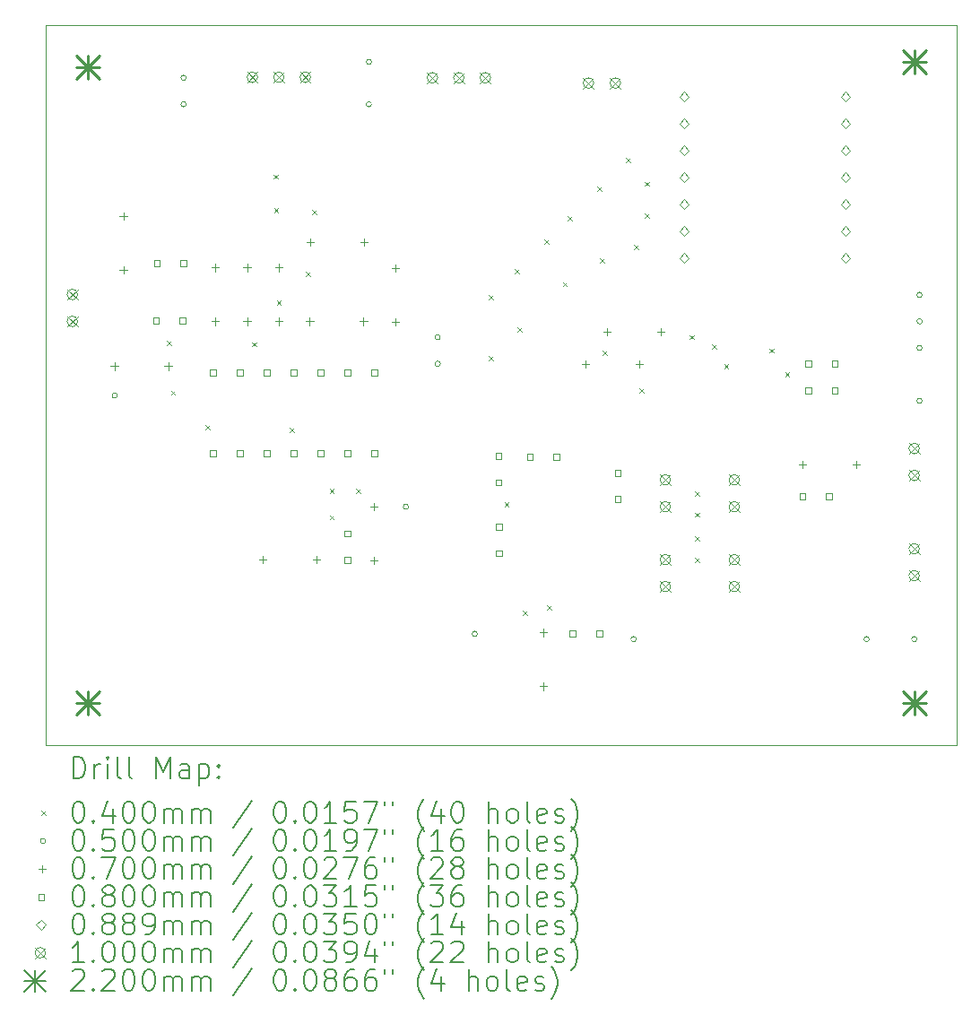
<source format=gbr>
%TF.GenerationSoftware,KiCad,Pcbnew,8.0.3*%
%TF.CreationDate,2025-02-15T10:37:41+01:00*%
%TF.ProjectId,pcb_v0,7063625f-7630-42e6-9b69-6361645f7063,rev?*%
%TF.SameCoordinates,Original*%
%TF.FileFunction,Drillmap*%
%TF.FilePolarity,Positive*%
%FSLAX45Y45*%
G04 Gerber Fmt 4.5, Leading zero omitted, Abs format (unit mm)*
G04 Created by KiCad (PCBNEW 8.0.3) date 2025-02-15 10:37:41*
%MOMM*%
%LPD*%
G01*
G04 APERTURE LIST*
%ADD10C,0.050000*%
%ADD11C,0.200000*%
%ADD12C,0.100000*%
%ADD13C,0.220000*%
G04 APERTURE END LIST*
D10*
X17950000Y-4600000D02*
X26550000Y-4600000D01*
X26550000Y-11400000D01*
X17950000Y-11400000D01*
X17950000Y-4600000D01*
D11*
D12*
X19095997Y-7586497D02*
X19135997Y-7626497D01*
X19135997Y-7586497D02*
X19095997Y-7626497D01*
X19130000Y-8055000D02*
X19170000Y-8095000D01*
X19170000Y-8055000D02*
X19130000Y-8095000D01*
X19455000Y-8380000D02*
X19495000Y-8420000D01*
X19495000Y-8380000D02*
X19455000Y-8420000D01*
X19897091Y-7596562D02*
X19937091Y-7636562D01*
X19937091Y-7596562D02*
X19897091Y-7636562D01*
X20100762Y-6012429D02*
X20140762Y-6052429D01*
X20140762Y-6012429D02*
X20100762Y-6052429D01*
X20105000Y-6330000D02*
X20145000Y-6370000D01*
X20145000Y-6330000D02*
X20105000Y-6370000D01*
X20130000Y-7205000D02*
X20170000Y-7245000D01*
X20170000Y-7205000D02*
X20130000Y-7245000D01*
X20255000Y-8405000D02*
X20295000Y-8445000D01*
X20295000Y-8405000D02*
X20255000Y-8445000D01*
X20405000Y-6930000D02*
X20445000Y-6970000D01*
X20445000Y-6930000D02*
X20405000Y-6970000D01*
X20464502Y-6345653D02*
X20504502Y-6385653D01*
X20504502Y-6345653D02*
X20464502Y-6385653D01*
X20630000Y-8980000D02*
X20670000Y-9020000D01*
X20670000Y-8980000D02*
X20630000Y-9020000D01*
X20630000Y-9230000D02*
X20670000Y-9270000D01*
X20670000Y-9230000D02*
X20630000Y-9270000D01*
X20880000Y-8980000D02*
X20920000Y-9020000D01*
X20920000Y-8980000D02*
X20880000Y-9020000D01*
X22130000Y-7155000D02*
X22170000Y-7195000D01*
X22170000Y-7155000D02*
X22130000Y-7195000D01*
X22130000Y-7730000D02*
X22170000Y-7770000D01*
X22170000Y-7730000D02*
X22130000Y-7770000D01*
X22280000Y-9105000D02*
X22320000Y-9145000D01*
X22320000Y-9105000D02*
X22280000Y-9145000D01*
X22380000Y-6905000D02*
X22420000Y-6945000D01*
X22420000Y-6905000D02*
X22380000Y-6945000D01*
X22405000Y-7455000D02*
X22445000Y-7495000D01*
X22445000Y-7455000D02*
X22405000Y-7495000D01*
X22455000Y-10130000D02*
X22495000Y-10170000D01*
X22495000Y-10130000D02*
X22455000Y-10170000D01*
X22655000Y-6630000D02*
X22695000Y-6670000D01*
X22695000Y-6630000D02*
X22655000Y-6670000D01*
X22680000Y-10080000D02*
X22720000Y-10120000D01*
X22720000Y-10080000D02*
X22680000Y-10120000D01*
X22830000Y-7030000D02*
X22870000Y-7070000D01*
X22870000Y-7030000D02*
X22830000Y-7070000D01*
X22880000Y-6405000D02*
X22920000Y-6445000D01*
X22920000Y-6405000D02*
X22880000Y-6445000D01*
X23155000Y-6130000D02*
X23195000Y-6170000D01*
X23195000Y-6130000D02*
X23155000Y-6170000D01*
X23180000Y-6805000D02*
X23220000Y-6845000D01*
X23220000Y-6805000D02*
X23180000Y-6845000D01*
X23205000Y-7680000D02*
X23245000Y-7720000D01*
X23245000Y-7680000D02*
X23205000Y-7720000D01*
X23430000Y-5855000D02*
X23470000Y-5895000D01*
X23470000Y-5855000D02*
X23430000Y-5895000D01*
X23505000Y-6680000D02*
X23545000Y-6720000D01*
X23545000Y-6680000D02*
X23505000Y-6720000D01*
X23555000Y-8030000D02*
X23595000Y-8070000D01*
X23595000Y-8030000D02*
X23555000Y-8070000D01*
X23605000Y-6080000D02*
X23645000Y-6120000D01*
X23645000Y-6080000D02*
X23605000Y-6120000D01*
X23605000Y-6380000D02*
X23645000Y-6420000D01*
X23645000Y-6380000D02*
X23605000Y-6420000D01*
X24030000Y-7530000D02*
X24070000Y-7570000D01*
X24070000Y-7530000D02*
X24030000Y-7570000D01*
X24080000Y-9005000D02*
X24120000Y-9045000D01*
X24120000Y-9005000D02*
X24080000Y-9045000D01*
X24080000Y-9205000D02*
X24120000Y-9245000D01*
X24120000Y-9205000D02*
X24080000Y-9245000D01*
X24080000Y-9430000D02*
X24120000Y-9470000D01*
X24120000Y-9430000D02*
X24080000Y-9470000D01*
X24080000Y-9630000D02*
X24120000Y-9670000D01*
X24120000Y-9630000D02*
X24080000Y-9670000D01*
X24242500Y-7617500D02*
X24282500Y-7657500D01*
X24282500Y-7617500D02*
X24242500Y-7657500D01*
X24355000Y-7805000D02*
X24395000Y-7845000D01*
X24395000Y-7805000D02*
X24355000Y-7845000D01*
X24780000Y-7655000D02*
X24820000Y-7695000D01*
X24820000Y-7655000D02*
X24780000Y-7695000D01*
X24930000Y-7880000D02*
X24970000Y-7920000D01*
X24970000Y-7880000D02*
X24930000Y-7920000D01*
X18625000Y-8100000D02*
G75*
G02*
X18575000Y-8100000I-25000J0D01*
G01*
X18575000Y-8100000D02*
G75*
G02*
X18625000Y-8100000I25000J0D01*
G01*
X19275000Y-5100000D02*
G75*
G02*
X19225000Y-5100000I-25000J0D01*
G01*
X19225000Y-5100000D02*
G75*
G02*
X19275000Y-5100000I25000J0D01*
G01*
X19275000Y-5350000D02*
G75*
G02*
X19225000Y-5350000I-25000J0D01*
G01*
X19225000Y-5350000D02*
G75*
G02*
X19275000Y-5350000I25000J0D01*
G01*
X21025000Y-4950000D02*
G75*
G02*
X20975000Y-4950000I-25000J0D01*
G01*
X20975000Y-4950000D02*
G75*
G02*
X21025000Y-4950000I25000J0D01*
G01*
X21025000Y-5350000D02*
G75*
G02*
X20975000Y-5350000I-25000J0D01*
G01*
X20975000Y-5350000D02*
G75*
G02*
X21025000Y-5350000I25000J0D01*
G01*
X21375000Y-9150000D02*
G75*
G02*
X21325000Y-9150000I-25000J0D01*
G01*
X21325000Y-9150000D02*
G75*
G02*
X21375000Y-9150000I25000J0D01*
G01*
X21675000Y-7550000D02*
G75*
G02*
X21625000Y-7550000I-25000J0D01*
G01*
X21625000Y-7550000D02*
G75*
G02*
X21675000Y-7550000I25000J0D01*
G01*
X21675000Y-7800000D02*
G75*
G02*
X21625000Y-7800000I-25000J0D01*
G01*
X21625000Y-7800000D02*
G75*
G02*
X21675000Y-7800000I25000J0D01*
G01*
X22025000Y-10350000D02*
G75*
G02*
X21975000Y-10350000I-25000J0D01*
G01*
X21975000Y-10350000D02*
G75*
G02*
X22025000Y-10350000I25000J0D01*
G01*
X23525000Y-10400000D02*
G75*
G02*
X23475000Y-10400000I-25000J0D01*
G01*
X23475000Y-10400000D02*
G75*
G02*
X23525000Y-10400000I25000J0D01*
G01*
X25725000Y-10400000D02*
G75*
G02*
X25675000Y-10400000I-25000J0D01*
G01*
X25675000Y-10400000D02*
G75*
G02*
X25725000Y-10400000I25000J0D01*
G01*
X26175000Y-10400000D02*
G75*
G02*
X26125000Y-10400000I-25000J0D01*
G01*
X26125000Y-10400000D02*
G75*
G02*
X26175000Y-10400000I25000J0D01*
G01*
X26225000Y-7150000D02*
G75*
G02*
X26175000Y-7150000I-25000J0D01*
G01*
X26175000Y-7150000D02*
G75*
G02*
X26225000Y-7150000I25000J0D01*
G01*
X26225000Y-7400000D02*
G75*
G02*
X26175000Y-7400000I-25000J0D01*
G01*
X26175000Y-7400000D02*
G75*
G02*
X26225000Y-7400000I25000J0D01*
G01*
X26225000Y-7650000D02*
G75*
G02*
X26175000Y-7650000I-25000J0D01*
G01*
X26175000Y-7650000D02*
G75*
G02*
X26225000Y-7650000I25000J0D01*
G01*
X26225000Y-8150000D02*
G75*
G02*
X26175000Y-8150000I-25000J0D01*
G01*
X26175000Y-8150000D02*
G75*
G02*
X26225000Y-8150000I25000J0D01*
G01*
X18597505Y-7788730D02*
X18597505Y-7858730D01*
X18562505Y-7823730D02*
X18632505Y-7823730D01*
X18682035Y-6369366D02*
X18682035Y-6439366D01*
X18647035Y-6404366D02*
X18717035Y-6404366D01*
X18682035Y-6877366D02*
X18682035Y-6947366D01*
X18647035Y-6912366D02*
X18717035Y-6912366D01*
X19105505Y-7788730D02*
X19105505Y-7858730D01*
X19070505Y-7823730D02*
X19140505Y-7823730D01*
X19550000Y-6857000D02*
X19550000Y-6927000D01*
X19515000Y-6892000D02*
X19585000Y-6892000D01*
X19550000Y-7365000D02*
X19550000Y-7435000D01*
X19515000Y-7400000D02*
X19585000Y-7400000D01*
X19850000Y-6857000D02*
X19850000Y-6927000D01*
X19815000Y-6892000D02*
X19885000Y-6892000D01*
X19850000Y-7365000D02*
X19850000Y-7435000D01*
X19815000Y-7400000D02*
X19885000Y-7400000D01*
X20000000Y-9615000D02*
X20000000Y-9685000D01*
X19965000Y-9650000D02*
X20035000Y-9650000D01*
X20150000Y-6857000D02*
X20150000Y-6927000D01*
X20115000Y-6892000D02*
X20185000Y-6892000D01*
X20150000Y-7365000D02*
X20150000Y-7435000D01*
X20115000Y-7400000D02*
X20185000Y-7400000D01*
X20442000Y-7365000D02*
X20442000Y-7435000D01*
X20407000Y-7400000D02*
X20477000Y-7400000D01*
X20446000Y-6615000D02*
X20446000Y-6685000D01*
X20411000Y-6650000D02*
X20481000Y-6650000D01*
X20508000Y-9615000D02*
X20508000Y-9685000D01*
X20473000Y-9650000D02*
X20543000Y-9650000D01*
X20950000Y-7365000D02*
X20950000Y-7435000D01*
X20915000Y-7400000D02*
X20985000Y-7400000D01*
X20954000Y-6615000D02*
X20954000Y-6685000D01*
X20919000Y-6650000D02*
X20989000Y-6650000D01*
X21050000Y-9115000D02*
X21050000Y-9185000D01*
X21015000Y-9150000D02*
X21085000Y-9150000D01*
X21050000Y-9623000D02*
X21050000Y-9693000D01*
X21015000Y-9658000D02*
X21085000Y-9658000D01*
X21250000Y-6861000D02*
X21250000Y-6931000D01*
X21215000Y-6896000D02*
X21285000Y-6896000D01*
X21250000Y-7369000D02*
X21250000Y-7439000D01*
X21215000Y-7404000D02*
X21285000Y-7404000D01*
X22648162Y-10303454D02*
X22648162Y-10373454D01*
X22613162Y-10338454D02*
X22683162Y-10338454D01*
X22648162Y-10811454D02*
X22648162Y-10881454D01*
X22613162Y-10846454D02*
X22683162Y-10846454D01*
X23046000Y-7765000D02*
X23046000Y-7835000D01*
X23011000Y-7800000D02*
X23081000Y-7800000D01*
X23246000Y-7465000D02*
X23246000Y-7535000D01*
X23211000Y-7500000D02*
X23281000Y-7500000D01*
X23554000Y-7765000D02*
X23554000Y-7835000D01*
X23519000Y-7800000D02*
X23589000Y-7800000D01*
X23754000Y-7465000D02*
X23754000Y-7535000D01*
X23719000Y-7500000D02*
X23789000Y-7500000D01*
X25092000Y-8715000D02*
X25092000Y-8785000D01*
X25057000Y-8750000D02*
X25127000Y-8750000D01*
X25600000Y-8715000D02*
X25600000Y-8785000D01*
X25565000Y-8750000D02*
X25635000Y-8750000D01*
X19018115Y-7420584D02*
X19018115Y-7364015D01*
X18961546Y-7364015D01*
X18961546Y-7420584D01*
X19018115Y-7420584D01*
X19028285Y-6878284D02*
X19028285Y-6821715D01*
X18971716Y-6821715D01*
X18971716Y-6878284D01*
X19028285Y-6878284D01*
X19268115Y-7420584D02*
X19268115Y-7364015D01*
X19211546Y-7364015D01*
X19211546Y-7420584D01*
X19268115Y-7420584D01*
X19278285Y-6878284D02*
X19278285Y-6821715D01*
X19221716Y-6821715D01*
X19221716Y-6878284D01*
X19278285Y-6878284D01*
X19554285Y-7912284D02*
X19554285Y-7855715D01*
X19497716Y-7855715D01*
X19497716Y-7912284D01*
X19554285Y-7912284D01*
X19554285Y-8674285D02*
X19554285Y-8617716D01*
X19497716Y-8617716D01*
X19497716Y-8674285D01*
X19554285Y-8674285D01*
X19808285Y-7912284D02*
X19808285Y-7855715D01*
X19751716Y-7855715D01*
X19751716Y-7912284D01*
X19808285Y-7912284D01*
X19808285Y-8674285D02*
X19808285Y-8617716D01*
X19751716Y-8617716D01*
X19751716Y-8674285D01*
X19808285Y-8674285D01*
X20062285Y-7912284D02*
X20062285Y-7855715D01*
X20005716Y-7855715D01*
X20005716Y-7912284D01*
X20062285Y-7912284D01*
X20062285Y-8674285D02*
X20062285Y-8617716D01*
X20005716Y-8617716D01*
X20005716Y-8674285D01*
X20062285Y-8674285D01*
X20316285Y-7912284D02*
X20316285Y-7855715D01*
X20259716Y-7855715D01*
X20259716Y-7912284D01*
X20316285Y-7912284D01*
X20316285Y-8674285D02*
X20316285Y-8617716D01*
X20259716Y-8617716D01*
X20259716Y-8674285D01*
X20316285Y-8674285D01*
X20570285Y-7912284D02*
X20570285Y-7855715D01*
X20513716Y-7855715D01*
X20513716Y-7912284D01*
X20570285Y-7912284D01*
X20570285Y-8674285D02*
X20570285Y-8617716D01*
X20513716Y-8617716D01*
X20513716Y-8674285D01*
X20570285Y-8674285D01*
X20824285Y-7912284D02*
X20824285Y-7855715D01*
X20767716Y-7855715D01*
X20767716Y-7912284D01*
X20824285Y-7912284D01*
X20824285Y-8674285D02*
X20824285Y-8617716D01*
X20767716Y-8617716D01*
X20767716Y-8674285D01*
X20824285Y-8674285D01*
X20828285Y-9432285D02*
X20828285Y-9375716D01*
X20771716Y-9375716D01*
X20771716Y-9432285D01*
X20828285Y-9432285D01*
X20828285Y-9682285D02*
X20828285Y-9625716D01*
X20771716Y-9625716D01*
X20771716Y-9682285D01*
X20828285Y-9682285D01*
X21078285Y-7912284D02*
X21078285Y-7855715D01*
X21021716Y-7855715D01*
X21021716Y-7912284D01*
X21078285Y-7912284D01*
X21078285Y-8674285D02*
X21078285Y-8617716D01*
X21021716Y-8617716D01*
X21021716Y-8674285D01*
X21078285Y-8674285D01*
X22253567Y-8697821D02*
X22253567Y-8641252D01*
X22196998Y-8641252D01*
X22196998Y-8697821D01*
X22253567Y-8697821D01*
X22253567Y-8947821D02*
X22253567Y-8891252D01*
X22196998Y-8891252D01*
X22196998Y-8947821D01*
X22253567Y-8947821D01*
X22259311Y-9366576D02*
X22259311Y-9310007D01*
X22202742Y-9310007D01*
X22202742Y-9366576D01*
X22259311Y-9366576D01*
X22259311Y-9616576D02*
X22259311Y-9560007D01*
X22202742Y-9560007D01*
X22202742Y-9616576D01*
X22259311Y-9616576D01*
X22550335Y-8704663D02*
X22550335Y-8648094D01*
X22493766Y-8648094D01*
X22493766Y-8704663D01*
X22550335Y-8704663D01*
X22800335Y-8704663D02*
X22800335Y-8648094D01*
X22743766Y-8648094D01*
X22743766Y-8704663D01*
X22800335Y-8704663D01*
X22953284Y-10378285D02*
X22953284Y-10321716D01*
X22896715Y-10321716D01*
X22896715Y-10378285D01*
X22953284Y-10378285D01*
X23203284Y-10378285D02*
X23203284Y-10321716D01*
X23146715Y-10321716D01*
X23146715Y-10378285D01*
X23203284Y-10378285D01*
X23378284Y-8857285D02*
X23378284Y-8800716D01*
X23321715Y-8800716D01*
X23321715Y-8857285D01*
X23378284Y-8857285D01*
X23378284Y-9107285D02*
X23378284Y-9050716D01*
X23321715Y-9050716D01*
X23321715Y-9107285D01*
X23378284Y-9107285D01*
X25124284Y-9078285D02*
X25124284Y-9021716D01*
X25067715Y-9021716D01*
X25067715Y-9078285D01*
X25124284Y-9078285D01*
X25178284Y-7828284D02*
X25178284Y-7771715D01*
X25121715Y-7771715D01*
X25121715Y-7828284D01*
X25178284Y-7828284D01*
X25178284Y-8078284D02*
X25178284Y-8021715D01*
X25121715Y-8021715D01*
X25121715Y-8078284D01*
X25178284Y-8078284D01*
X25374284Y-9078285D02*
X25374284Y-9021716D01*
X25317715Y-9021716D01*
X25317715Y-9078285D01*
X25374284Y-9078285D01*
X25428284Y-7828284D02*
X25428284Y-7771715D01*
X25371715Y-7771715D01*
X25371715Y-7828284D01*
X25428284Y-7828284D01*
X25428284Y-8078284D02*
X25428284Y-8021715D01*
X25371715Y-8021715D01*
X25371715Y-8078284D01*
X25428284Y-8078284D01*
X23976000Y-5320450D02*
X24020450Y-5276000D01*
X23976000Y-5231550D01*
X23931550Y-5276000D01*
X23976000Y-5320450D01*
X23976000Y-5574450D02*
X24020450Y-5530000D01*
X23976000Y-5485550D01*
X23931550Y-5530000D01*
X23976000Y-5574450D01*
X23976000Y-5828450D02*
X24020450Y-5784000D01*
X23976000Y-5739550D01*
X23931550Y-5784000D01*
X23976000Y-5828450D01*
X23976000Y-6082450D02*
X24020450Y-6038000D01*
X23976000Y-5993550D01*
X23931550Y-6038000D01*
X23976000Y-6082450D01*
X23976000Y-6336450D02*
X24020450Y-6292000D01*
X23976000Y-6247550D01*
X23931550Y-6292000D01*
X23976000Y-6336450D01*
X23976000Y-6590450D02*
X24020450Y-6546000D01*
X23976000Y-6501550D01*
X23931550Y-6546000D01*
X23976000Y-6590450D01*
X23976000Y-6844450D02*
X24020450Y-6800000D01*
X23976000Y-6755550D01*
X23931550Y-6800000D01*
X23976000Y-6844450D01*
X25500000Y-5320450D02*
X25544450Y-5276000D01*
X25500000Y-5231550D01*
X25455550Y-5276000D01*
X25500000Y-5320450D01*
X25500000Y-5574450D02*
X25544450Y-5530000D01*
X25500000Y-5485550D01*
X25455550Y-5530000D01*
X25500000Y-5574450D01*
X25500000Y-5828450D02*
X25544450Y-5784000D01*
X25500000Y-5739550D01*
X25455550Y-5784000D01*
X25500000Y-5828450D01*
X25500000Y-6082450D02*
X25544450Y-6038000D01*
X25500000Y-5993550D01*
X25455550Y-6038000D01*
X25500000Y-6082450D01*
X25500000Y-6336450D02*
X25544450Y-6292000D01*
X25500000Y-6247550D01*
X25455550Y-6292000D01*
X25500000Y-6336450D01*
X25500000Y-6590450D02*
X25544450Y-6546000D01*
X25500000Y-6501550D01*
X25455550Y-6546000D01*
X25500000Y-6590450D01*
X25500000Y-6844450D02*
X25544450Y-6800000D01*
X25500000Y-6755550D01*
X25455550Y-6800000D01*
X25500000Y-6844450D01*
X18150000Y-7096000D02*
X18250000Y-7196000D01*
X18250000Y-7096000D02*
X18150000Y-7196000D01*
X18250000Y-7146000D02*
G75*
G02*
X18150000Y-7146000I-50000J0D01*
G01*
X18150000Y-7146000D02*
G75*
G02*
X18250000Y-7146000I50000J0D01*
G01*
X18150000Y-7350000D02*
X18250000Y-7450000D01*
X18250000Y-7350000D02*
X18150000Y-7450000D01*
X18250000Y-7400000D02*
G75*
G02*
X18150000Y-7400000I-50000J0D01*
G01*
X18150000Y-7400000D02*
G75*
G02*
X18250000Y-7400000I50000J0D01*
G01*
X19850000Y-5045000D02*
X19950000Y-5145000D01*
X19950000Y-5045000D02*
X19850000Y-5145000D01*
X19950000Y-5095000D02*
G75*
G02*
X19850000Y-5095000I-50000J0D01*
G01*
X19850000Y-5095000D02*
G75*
G02*
X19950000Y-5095000I50000J0D01*
G01*
X20100000Y-5045000D02*
X20200000Y-5145000D01*
X20200000Y-5045000D02*
X20100000Y-5145000D01*
X20200000Y-5095000D02*
G75*
G02*
X20100000Y-5095000I-50000J0D01*
G01*
X20100000Y-5095000D02*
G75*
G02*
X20200000Y-5095000I50000J0D01*
G01*
X20350000Y-5045000D02*
X20450000Y-5145000D01*
X20450000Y-5045000D02*
X20350000Y-5145000D01*
X20450000Y-5095000D02*
G75*
G02*
X20350000Y-5095000I-50000J0D01*
G01*
X20350000Y-5095000D02*
G75*
G02*
X20450000Y-5095000I50000J0D01*
G01*
X21550000Y-5050000D02*
X21650000Y-5150000D01*
X21650000Y-5050000D02*
X21550000Y-5150000D01*
X21650000Y-5100000D02*
G75*
G02*
X21550000Y-5100000I-50000J0D01*
G01*
X21550000Y-5100000D02*
G75*
G02*
X21650000Y-5100000I50000J0D01*
G01*
X21800000Y-5050000D02*
X21900000Y-5150000D01*
X21900000Y-5050000D02*
X21800000Y-5150000D01*
X21900000Y-5100000D02*
G75*
G02*
X21800000Y-5100000I-50000J0D01*
G01*
X21800000Y-5100000D02*
G75*
G02*
X21900000Y-5100000I50000J0D01*
G01*
X22050000Y-5050000D02*
X22150000Y-5150000D01*
X22150000Y-5050000D02*
X22050000Y-5150000D01*
X22150000Y-5100000D02*
G75*
G02*
X22050000Y-5100000I-50000J0D01*
G01*
X22050000Y-5100000D02*
G75*
G02*
X22150000Y-5100000I50000J0D01*
G01*
X23023500Y-5100000D02*
X23123500Y-5200000D01*
X23123500Y-5100000D02*
X23023500Y-5200000D01*
X23123500Y-5150000D02*
G75*
G02*
X23023500Y-5150000I-50000J0D01*
G01*
X23023500Y-5150000D02*
G75*
G02*
X23123500Y-5150000I50000J0D01*
G01*
X23277500Y-5100000D02*
X23377500Y-5200000D01*
X23377500Y-5100000D02*
X23277500Y-5200000D01*
X23377500Y-5150000D02*
G75*
G02*
X23277500Y-5150000I-50000J0D01*
G01*
X23277500Y-5150000D02*
G75*
G02*
X23377500Y-5150000I50000J0D01*
G01*
X23750000Y-8846000D02*
X23850000Y-8946000D01*
X23850000Y-8846000D02*
X23750000Y-8946000D01*
X23850000Y-8896000D02*
G75*
G02*
X23750000Y-8896000I-50000J0D01*
G01*
X23750000Y-8896000D02*
G75*
G02*
X23850000Y-8896000I50000J0D01*
G01*
X23750000Y-9100000D02*
X23850000Y-9200000D01*
X23850000Y-9100000D02*
X23750000Y-9200000D01*
X23850000Y-9150000D02*
G75*
G02*
X23750000Y-9150000I-50000J0D01*
G01*
X23750000Y-9150000D02*
G75*
G02*
X23850000Y-9150000I50000J0D01*
G01*
X23750000Y-9600000D02*
X23850000Y-9700000D01*
X23850000Y-9600000D02*
X23750000Y-9700000D01*
X23850000Y-9650000D02*
G75*
G02*
X23750000Y-9650000I-50000J0D01*
G01*
X23750000Y-9650000D02*
G75*
G02*
X23850000Y-9650000I50000J0D01*
G01*
X23750000Y-9854000D02*
X23850000Y-9954000D01*
X23850000Y-9854000D02*
X23750000Y-9954000D01*
X23850000Y-9904000D02*
G75*
G02*
X23750000Y-9904000I-50000J0D01*
G01*
X23750000Y-9904000D02*
G75*
G02*
X23850000Y-9904000I50000J0D01*
G01*
X24400000Y-8846000D02*
X24500000Y-8946000D01*
X24500000Y-8846000D02*
X24400000Y-8946000D01*
X24500000Y-8896000D02*
G75*
G02*
X24400000Y-8896000I-50000J0D01*
G01*
X24400000Y-8896000D02*
G75*
G02*
X24500000Y-8896000I50000J0D01*
G01*
X24400000Y-9100000D02*
X24500000Y-9200000D01*
X24500000Y-9100000D02*
X24400000Y-9200000D01*
X24500000Y-9150000D02*
G75*
G02*
X24400000Y-9150000I-50000J0D01*
G01*
X24400000Y-9150000D02*
G75*
G02*
X24500000Y-9150000I50000J0D01*
G01*
X24400000Y-9600000D02*
X24500000Y-9700000D01*
X24500000Y-9600000D02*
X24400000Y-9700000D01*
X24500000Y-9650000D02*
G75*
G02*
X24400000Y-9650000I-50000J0D01*
G01*
X24400000Y-9650000D02*
G75*
G02*
X24500000Y-9650000I50000J0D01*
G01*
X24400000Y-9854000D02*
X24500000Y-9954000D01*
X24500000Y-9854000D02*
X24400000Y-9954000D01*
X24500000Y-9904000D02*
G75*
G02*
X24400000Y-9904000I-50000J0D01*
G01*
X24400000Y-9904000D02*
G75*
G02*
X24500000Y-9904000I50000J0D01*
G01*
X26100000Y-8550000D02*
X26200000Y-8650000D01*
X26200000Y-8550000D02*
X26100000Y-8650000D01*
X26200000Y-8600000D02*
G75*
G02*
X26100000Y-8600000I-50000J0D01*
G01*
X26100000Y-8600000D02*
G75*
G02*
X26200000Y-8600000I50000J0D01*
G01*
X26100000Y-8804000D02*
X26200000Y-8904000D01*
X26200000Y-8804000D02*
X26100000Y-8904000D01*
X26200000Y-8854000D02*
G75*
G02*
X26100000Y-8854000I-50000J0D01*
G01*
X26100000Y-8854000D02*
G75*
G02*
X26200000Y-8854000I50000J0D01*
G01*
X26100000Y-9496000D02*
X26200000Y-9596000D01*
X26200000Y-9496000D02*
X26100000Y-9596000D01*
X26200000Y-9546000D02*
G75*
G02*
X26100000Y-9546000I-50000J0D01*
G01*
X26100000Y-9546000D02*
G75*
G02*
X26200000Y-9546000I50000J0D01*
G01*
X26100000Y-9750000D02*
X26200000Y-9850000D01*
X26200000Y-9750000D02*
X26100000Y-9850000D01*
X26200000Y-9800000D02*
G75*
G02*
X26100000Y-9800000I-50000J0D01*
G01*
X26100000Y-9800000D02*
G75*
G02*
X26200000Y-9800000I50000J0D01*
G01*
D13*
X18240000Y-4890000D02*
X18460000Y-5110000D01*
X18460000Y-4890000D02*
X18240000Y-5110000D01*
X18350000Y-4890000D02*
X18350000Y-5110000D01*
X18240000Y-5000000D02*
X18460000Y-5000000D01*
X18240000Y-10890000D02*
X18460000Y-11110000D01*
X18460000Y-10890000D02*
X18240000Y-11110000D01*
X18350000Y-10890000D02*
X18350000Y-11110000D01*
X18240000Y-11000000D02*
X18460000Y-11000000D01*
X26040000Y-4840000D02*
X26260000Y-5060000D01*
X26260000Y-4840000D02*
X26040000Y-5060000D01*
X26150000Y-4840000D02*
X26150000Y-5060000D01*
X26040000Y-4950000D02*
X26260000Y-4950000D01*
X26040000Y-10890000D02*
X26260000Y-11110000D01*
X26260000Y-10890000D02*
X26040000Y-11110000D01*
X26150000Y-10890000D02*
X26150000Y-11110000D01*
X26040000Y-11000000D02*
X26260000Y-11000000D01*
D11*
X18208277Y-11713984D02*
X18208277Y-11513984D01*
X18208277Y-11513984D02*
X18255896Y-11513984D01*
X18255896Y-11513984D02*
X18284467Y-11523508D01*
X18284467Y-11523508D02*
X18303515Y-11542555D01*
X18303515Y-11542555D02*
X18313039Y-11561603D01*
X18313039Y-11561603D02*
X18322563Y-11599698D01*
X18322563Y-11599698D02*
X18322563Y-11628269D01*
X18322563Y-11628269D02*
X18313039Y-11666365D01*
X18313039Y-11666365D02*
X18303515Y-11685412D01*
X18303515Y-11685412D02*
X18284467Y-11704460D01*
X18284467Y-11704460D02*
X18255896Y-11713984D01*
X18255896Y-11713984D02*
X18208277Y-11713984D01*
X18408277Y-11713984D02*
X18408277Y-11580650D01*
X18408277Y-11618746D02*
X18417801Y-11599698D01*
X18417801Y-11599698D02*
X18427324Y-11590174D01*
X18427324Y-11590174D02*
X18446372Y-11580650D01*
X18446372Y-11580650D02*
X18465420Y-11580650D01*
X18532086Y-11713984D02*
X18532086Y-11580650D01*
X18532086Y-11513984D02*
X18522563Y-11523508D01*
X18522563Y-11523508D02*
X18532086Y-11533031D01*
X18532086Y-11533031D02*
X18541610Y-11523508D01*
X18541610Y-11523508D02*
X18532086Y-11513984D01*
X18532086Y-11513984D02*
X18532086Y-11533031D01*
X18655896Y-11713984D02*
X18636848Y-11704460D01*
X18636848Y-11704460D02*
X18627324Y-11685412D01*
X18627324Y-11685412D02*
X18627324Y-11513984D01*
X18760658Y-11713984D02*
X18741610Y-11704460D01*
X18741610Y-11704460D02*
X18732086Y-11685412D01*
X18732086Y-11685412D02*
X18732086Y-11513984D01*
X18989229Y-11713984D02*
X18989229Y-11513984D01*
X18989229Y-11513984D02*
X19055896Y-11656841D01*
X19055896Y-11656841D02*
X19122563Y-11513984D01*
X19122563Y-11513984D02*
X19122563Y-11713984D01*
X19303515Y-11713984D02*
X19303515Y-11609222D01*
X19303515Y-11609222D02*
X19293991Y-11590174D01*
X19293991Y-11590174D02*
X19274944Y-11580650D01*
X19274944Y-11580650D02*
X19236848Y-11580650D01*
X19236848Y-11580650D02*
X19217801Y-11590174D01*
X19303515Y-11704460D02*
X19284467Y-11713984D01*
X19284467Y-11713984D02*
X19236848Y-11713984D01*
X19236848Y-11713984D02*
X19217801Y-11704460D01*
X19217801Y-11704460D02*
X19208277Y-11685412D01*
X19208277Y-11685412D02*
X19208277Y-11666365D01*
X19208277Y-11666365D02*
X19217801Y-11647317D01*
X19217801Y-11647317D02*
X19236848Y-11637793D01*
X19236848Y-11637793D02*
X19284467Y-11637793D01*
X19284467Y-11637793D02*
X19303515Y-11628269D01*
X19398753Y-11580650D02*
X19398753Y-11780650D01*
X19398753Y-11590174D02*
X19417801Y-11580650D01*
X19417801Y-11580650D02*
X19455896Y-11580650D01*
X19455896Y-11580650D02*
X19474944Y-11590174D01*
X19474944Y-11590174D02*
X19484467Y-11599698D01*
X19484467Y-11599698D02*
X19493991Y-11618746D01*
X19493991Y-11618746D02*
X19493991Y-11675888D01*
X19493991Y-11675888D02*
X19484467Y-11694936D01*
X19484467Y-11694936D02*
X19474944Y-11704460D01*
X19474944Y-11704460D02*
X19455896Y-11713984D01*
X19455896Y-11713984D02*
X19417801Y-11713984D01*
X19417801Y-11713984D02*
X19398753Y-11704460D01*
X19579705Y-11694936D02*
X19589229Y-11704460D01*
X19589229Y-11704460D02*
X19579705Y-11713984D01*
X19579705Y-11713984D02*
X19570182Y-11704460D01*
X19570182Y-11704460D02*
X19579705Y-11694936D01*
X19579705Y-11694936D02*
X19579705Y-11713984D01*
X19579705Y-11590174D02*
X19589229Y-11599698D01*
X19589229Y-11599698D02*
X19579705Y-11609222D01*
X19579705Y-11609222D02*
X19570182Y-11599698D01*
X19570182Y-11599698D02*
X19579705Y-11590174D01*
X19579705Y-11590174D02*
X19579705Y-11609222D01*
D12*
X17907500Y-12022500D02*
X17947500Y-12062500D01*
X17947500Y-12022500D02*
X17907500Y-12062500D01*
D11*
X18246372Y-11933984D02*
X18265420Y-11933984D01*
X18265420Y-11933984D02*
X18284467Y-11943508D01*
X18284467Y-11943508D02*
X18293991Y-11953031D01*
X18293991Y-11953031D02*
X18303515Y-11972079D01*
X18303515Y-11972079D02*
X18313039Y-12010174D01*
X18313039Y-12010174D02*
X18313039Y-12057793D01*
X18313039Y-12057793D02*
X18303515Y-12095888D01*
X18303515Y-12095888D02*
X18293991Y-12114936D01*
X18293991Y-12114936D02*
X18284467Y-12124460D01*
X18284467Y-12124460D02*
X18265420Y-12133984D01*
X18265420Y-12133984D02*
X18246372Y-12133984D01*
X18246372Y-12133984D02*
X18227324Y-12124460D01*
X18227324Y-12124460D02*
X18217801Y-12114936D01*
X18217801Y-12114936D02*
X18208277Y-12095888D01*
X18208277Y-12095888D02*
X18198753Y-12057793D01*
X18198753Y-12057793D02*
X18198753Y-12010174D01*
X18198753Y-12010174D02*
X18208277Y-11972079D01*
X18208277Y-11972079D02*
X18217801Y-11953031D01*
X18217801Y-11953031D02*
X18227324Y-11943508D01*
X18227324Y-11943508D02*
X18246372Y-11933984D01*
X18398753Y-12114936D02*
X18408277Y-12124460D01*
X18408277Y-12124460D02*
X18398753Y-12133984D01*
X18398753Y-12133984D02*
X18389229Y-12124460D01*
X18389229Y-12124460D02*
X18398753Y-12114936D01*
X18398753Y-12114936D02*
X18398753Y-12133984D01*
X18579705Y-12000650D02*
X18579705Y-12133984D01*
X18532086Y-11924460D02*
X18484467Y-12067317D01*
X18484467Y-12067317D02*
X18608277Y-12067317D01*
X18722563Y-11933984D02*
X18741610Y-11933984D01*
X18741610Y-11933984D02*
X18760658Y-11943508D01*
X18760658Y-11943508D02*
X18770182Y-11953031D01*
X18770182Y-11953031D02*
X18779705Y-11972079D01*
X18779705Y-11972079D02*
X18789229Y-12010174D01*
X18789229Y-12010174D02*
X18789229Y-12057793D01*
X18789229Y-12057793D02*
X18779705Y-12095888D01*
X18779705Y-12095888D02*
X18770182Y-12114936D01*
X18770182Y-12114936D02*
X18760658Y-12124460D01*
X18760658Y-12124460D02*
X18741610Y-12133984D01*
X18741610Y-12133984D02*
X18722563Y-12133984D01*
X18722563Y-12133984D02*
X18703515Y-12124460D01*
X18703515Y-12124460D02*
X18693991Y-12114936D01*
X18693991Y-12114936D02*
X18684467Y-12095888D01*
X18684467Y-12095888D02*
X18674944Y-12057793D01*
X18674944Y-12057793D02*
X18674944Y-12010174D01*
X18674944Y-12010174D02*
X18684467Y-11972079D01*
X18684467Y-11972079D02*
X18693991Y-11953031D01*
X18693991Y-11953031D02*
X18703515Y-11943508D01*
X18703515Y-11943508D02*
X18722563Y-11933984D01*
X18913039Y-11933984D02*
X18932086Y-11933984D01*
X18932086Y-11933984D02*
X18951134Y-11943508D01*
X18951134Y-11943508D02*
X18960658Y-11953031D01*
X18960658Y-11953031D02*
X18970182Y-11972079D01*
X18970182Y-11972079D02*
X18979705Y-12010174D01*
X18979705Y-12010174D02*
X18979705Y-12057793D01*
X18979705Y-12057793D02*
X18970182Y-12095888D01*
X18970182Y-12095888D02*
X18960658Y-12114936D01*
X18960658Y-12114936D02*
X18951134Y-12124460D01*
X18951134Y-12124460D02*
X18932086Y-12133984D01*
X18932086Y-12133984D02*
X18913039Y-12133984D01*
X18913039Y-12133984D02*
X18893991Y-12124460D01*
X18893991Y-12124460D02*
X18884467Y-12114936D01*
X18884467Y-12114936D02*
X18874944Y-12095888D01*
X18874944Y-12095888D02*
X18865420Y-12057793D01*
X18865420Y-12057793D02*
X18865420Y-12010174D01*
X18865420Y-12010174D02*
X18874944Y-11972079D01*
X18874944Y-11972079D02*
X18884467Y-11953031D01*
X18884467Y-11953031D02*
X18893991Y-11943508D01*
X18893991Y-11943508D02*
X18913039Y-11933984D01*
X19065420Y-12133984D02*
X19065420Y-12000650D01*
X19065420Y-12019698D02*
X19074944Y-12010174D01*
X19074944Y-12010174D02*
X19093991Y-12000650D01*
X19093991Y-12000650D02*
X19122563Y-12000650D01*
X19122563Y-12000650D02*
X19141610Y-12010174D01*
X19141610Y-12010174D02*
X19151134Y-12029222D01*
X19151134Y-12029222D02*
X19151134Y-12133984D01*
X19151134Y-12029222D02*
X19160658Y-12010174D01*
X19160658Y-12010174D02*
X19179705Y-12000650D01*
X19179705Y-12000650D02*
X19208277Y-12000650D01*
X19208277Y-12000650D02*
X19227325Y-12010174D01*
X19227325Y-12010174D02*
X19236848Y-12029222D01*
X19236848Y-12029222D02*
X19236848Y-12133984D01*
X19332086Y-12133984D02*
X19332086Y-12000650D01*
X19332086Y-12019698D02*
X19341610Y-12010174D01*
X19341610Y-12010174D02*
X19360658Y-12000650D01*
X19360658Y-12000650D02*
X19389229Y-12000650D01*
X19389229Y-12000650D02*
X19408277Y-12010174D01*
X19408277Y-12010174D02*
X19417801Y-12029222D01*
X19417801Y-12029222D02*
X19417801Y-12133984D01*
X19417801Y-12029222D02*
X19427325Y-12010174D01*
X19427325Y-12010174D02*
X19446372Y-12000650D01*
X19446372Y-12000650D02*
X19474944Y-12000650D01*
X19474944Y-12000650D02*
X19493991Y-12010174D01*
X19493991Y-12010174D02*
X19503515Y-12029222D01*
X19503515Y-12029222D02*
X19503515Y-12133984D01*
X19893991Y-11924460D02*
X19722563Y-12181603D01*
X20151134Y-11933984D02*
X20170182Y-11933984D01*
X20170182Y-11933984D02*
X20189229Y-11943508D01*
X20189229Y-11943508D02*
X20198753Y-11953031D01*
X20198753Y-11953031D02*
X20208277Y-11972079D01*
X20208277Y-11972079D02*
X20217801Y-12010174D01*
X20217801Y-12010174D02*
X20217801Y-12057793D01*
X20217801Y-12057793D02*
X20208277Y-12095888D01*
X20208277Y-12095888D02*
X20198753Y-12114936D01*
X20198753Y-12114936D02*
X20189229Y-12124460D01*
X20189229Y-12124460D02*
X20170182Y-12133984D01*
X20170182Y-12133984D02*
X20151134Y-12133984D01*
X20151134Y-12133984D02*
X20132087Y-12124460D01*
X20132087Y-12124460D02*
X20122563Y-12114936D01*
X20122563Y-12114936D02*
X20113039Y-12095888D01*
X20113039Y-12095888D02*
X20103515Y-12057793D01*
X20103515Y-12057793D02*
X20103515Y-12010174D01*
X20103515Y-12010174D02*
X20113039Y-11972079D01*
X20113039Y-11972079D02*
X20122563Y-11953031D01*
X20122563Y-11953031D02*
X20132087Y-11943508D01*
X20132087Y-11943508D02*
X20151134Y-11933984D01*
X20303515Y-12114936D02*
X20313039Y-12124460D01*
X20313039Y-12124460D02*
X20303515Y-12133984D01*
X20303515Y-12133984D02*
X20293991Y-12124460D01*
X20293991Y-12124460D02*
X20303515Y-12114936D01*
X20303515Y-12114936D02*
X20303515Y-12133984D01*
X20436848Y-11933984D02*
X20455896Y-11933984D01*
X20455896Y-11933984D02*
X20474944Y-11943508D01*
X20474944Y-11943508D02*
X20484468Y-11953031D01*
X20484468Y-11953031D02*
X20493991Y-11972079D01*
X20493991Y-11972079D02*
X20503515Y-12010174D01*
X20503515Y-12010174D02*
X20503515Y-12057793D01*
X20503515Y-12057793D02*
X20493991Y-12095888D01*
X20493991Y-12095888D02*
X20484468Y-12114936D01*
X20484468Y-12114936D02*
X20474944Y-12124460D01*
X20474944Y-12124460D02*
X20455896Y-12133984D01*
X20455896Y-12133984D02*
X20436848Y-12133984D01*
X20436848Y-12133984D02*
X20417801Y-12124460D01*
X20417801Y-12124460D02*
X20408277Y-12114936D01*
X20408277Y-12114936D02*
X20398753Y-12095888D01*
X20398753Y-12095888D02*
X20389229Y-12057793D01*
X20389229Y-12057793D02*
X20389229Y-12010174D01*
X20389229Y-12010174D02*
X20398753Y-11972079D01*
X20398753Y-11972079D02*
X20408277Y-11953031D01*
X20408277Y-11953031D02*
X20417801Y-11943508D01*
X20417801Y-11943508D02*
X20436848Y-11933984D01*
X20693991Y-12133984D02*
X20579706Y-12133984D01*
X20636848Y-12133984D02*
X20636848Y-11933984D01*
X20636848Y-11933984D02*
X20617801Y-11962555D01*
X20617801Y-11962555D02*
X20598753Y-11981603D01*
X20598753Y-11981603D02*
X20579706Y-11991127D01*
X20874944Y-11933984D02*
X20779706Y-11933984D01*
X20779706Y-11933984D02*
X20770182Y-12029222D01*
X20770182Y-12029222D02*
X20779706Y-12019698D01*
X20779706Y-12019698D02*
X20798753Y-12010174D01*
X20798753Y-12010174D02*
X20846372Y-12010174D01*
X20846372Y-12010174D02*
X20865420Y-12019698D01*
X20865420Y-12019698D02*
X20874944Y-12029222D01*
X20874944Y-12029222D02*
X20884468Y-12048269D01*
X20884468Y-12048269D02*
X20884468Y-12095888D01*
X20884468Y-12095888D02*
X20874944Y-12114936D01*
X20874944Y-12114936D02*
X20865420Y-12124460D01*
X20865420Y-12124460D02*
X20846372Y-12133984D01*
X20846372Y-12133984D02*
X20798753Y-12133984D01*
X20798753Y-12133984D02*
X20779706Y-12124460D01*
X20779706Y-12124460D02*
X20770182Y-12114936D01*
X20951134Y-11933984D02*
X21084468Y-11933984D01*
X21084468Y-11933984D02*
X20998753Y-12133984D01*
X21151134Y-11933984D02*
X21151134Y-11972079D01*
X21227325Y-11933984D02*
X21227325Y-11972079D01*
X21522563Y-12210174D02*
X21513039Y-12200650D01*
X21513039Y-12200650D02*
X21493991Y-12172079D01*
X21493991Y-12172079D02*
X21484468Y-12153031D01*
X21484468Y-12153031D02*
X21474944Y-12124460D01*
X21474944Y-12124460D02*
X21465420Y-12076841D01*
X21465420Y-12076841D02*
X21465420Y-12038746D01*
X21465420Y-12038746D02*
X21474944Y-11991127D01*
X21474944Y-11991127D02*
X21484468Y-11962555D01*
X21484468Y-11962555D02*
X21493991Y-11943508D01*
X21493991Y-11943508D02*
X21513039Y-11914936D01*
X21513039Y-11914936D02*
X21522563Y-11905412D01*
X21684468Y-12000650D02*
X21684468Y-12133984D01*
X21636849Y-11924460D02*
X21589230Y-12067317D01*
X21589230Y-12067317D02*
X21713039Y-12067317D01*
X21827325Y-11933984D02*
X21846372Y-11933984D01*
X21846372Y-11933984D02*
X21865420Y-11943508D01*
X21865420Y-11943508D02*
X21874944Y-11953031D01*
X21874944Y-11953031D02*
X21884468Y-11972079D01*
X21884468Y-11972079D02*
X21893991Y-12010174D01*
X21893991Y-12010174D02*
X21893991Y-12057793D01*
X21893991Y-12057793D02*
X21884468Y-12095888D01*
X21884468Y-12095888D02*
X21874944Y-12114936D01*
X21874944Y-12114936D02*
X21865420Y-12124460D01*
X21865420Y-12124460D02*
X21846372Y-12133984D01*
X21846372Y-12133984D02*
X21827325Y-12133984D01*
X21827325Y-12133984D02*
X21808277Y-12124460D01*
X21808277Y-12124460D02*
X21798753Y-12114936D01*
X21798753Y-12114936D02*
X21789230Y-12095888D01*
X21789230Y-12095888D02*
X21779706Y-12057793D01*
X21779706Y-12057793D02*
X21779706Y-12010174D01*
X21779706Y-12010174D02*
X21789230Y-11972079D01*
X21789230Y-11972079D02*
X21798753Y-11953031D01*
X21798753Y-11953031D02*
X21808277Y-11943508D01*
X21808277Y-11943508D02*
X21827325Y-11933984D01*
X22132087Y-12133984D02*
X22132087Y-11933984D01*
X22217801Y-12133984D02*
X22217801Y-12029222D01*
X22217801Y-12029222D02*
X22208277Y-12010174D01*
X22208277Y-12010174D02*
X22189230Y-12000650D01*
X22189230Y-12000650D02*
X22160658Y-12000650D01*
X22160658Y-12000650D02*
X22141611Y-12010174D01*
X22141611Y-12010174D02*
X22132087Y-12019698D01*
X22341611Y-12133984D02*
X22322563Y-12124460D01*
X22322563Y-12124460D02*
X22313039Y-12114936D01*
X22313039Y-12114936D02*
X22303515Y-12095888D01*
X22303515Y-12095888D02*
X22303515Y-12038746D01*
X22303515Y-12038746D02*
X22313039Y-12019698D01*
X22313039Y-12019698D02*
X22322563Y-12010174D01*
X22322563Y-12010174D02*
X22341611Y-12000650D01*
X22341611Y-12000650D02*
X22370182Y-12000650D01*
X22370182Y-12000650D02*
X22389230Y-12010174D01*
X22389230Y-12010174D02*
X22398753Y-12019698D01*
X22398753Y-12019698D02*
X22408277Y-12038746D01*
X22408277Y-12038746D02*
X22408277Y-12095888D01*
X22408277Y-12095888D02*
X22398753Y-12114936D01*
X22398753Y-12114936D02*
X22389230Y-12124460D01*
X22389230Y-12124460D02*
X22370182Y-12133984D01*
X22370182Y-12133984D02*
X22341611Y-12133984D01*
X22522563Y-12133984D02*
X22503515Y-12124460D01*
X22503515Y-12124460D02*
X22493991Y-12105412D01*
X22493991Y-12105412D02*
X22493991Y-11933984D01*
X22674944Y-12124460D02*
X22655896Y-12133984D01*
X22655896Y-12133984D02*
X22617801Y-12133984D01*
X22617801Y-12133984D02*
X22598753Y-12124460D01*
X22598753Y-12124460D02*
X22589230Y-12105412D01*
X22589230Y-12105412D02*
X22589230Y-12029222D01*
X22589230Y-12029222D02*
X22598753Y-12010174D01*
X22598753Y-12010174D02*
X22617801Y-12000650D01*
X22617801Y-12000650D02*
X22655896Y-12000650D01*
X22655896Y-12000650D02*
X22674944Y-12010174D01*
X22674944Y-12010174D02*
X22684468Y-12029222D01*
X22684468Y-12029222D02*
X22684468Y-12048269D01*
X22684468Y-12048269D02*
X22589230Y-12067317D01*
X22760658Y-12124460D02*
X22779706Y-12133984D01*
X22779706Y-12133984D02*
X22817801Y-12133984D01*
X22817801Y-12133984D02*
X22836849Y-12124460D01*
X22836849Y-12124460D02*
X22846372Y-12105412D01*
X22846372Y-12105412D02*
X22846372Y-12095888D01*
X22846372Y-12095888D02*
X22836849Y-12076841D01*
X22836849Y-12076841D02*
X22817801Y-12067317D01*
X22817801Y-12067317D02*
X22789230Y-12067317D01*
X22789230Y-12067317D02*
X22770182Y-12057793D01*
X22770182Y-12057793D02*
X22760658Y-12038746D01*
X22760658Y-12038746D02*
X22760658Y-12029222D01*
X22760658Y-12029222D02*
X22770182Y-12010174D01*
X22770182Y-12010174D02*
X22789230Y-12000650D01*
X22789230Y-12000650D02*
X22817801Y-12000650D01*
X22817801Y-12000650D02*
X22836849Y-12010174D01*
X22913039Y-12210174D02*
X22922563Y-12200650D01*
X22922563Y-12200650D02*
X22941611Y-12172079D01*
X22941611Y-12172079D02*
X22951134Y-12153031D01*
X22951134Y-12153031D02*
X22960658Y-12124460D01*
X22960658Y-12124460D02*
X22970182Y-12076841D01*
X22970182Y-12076841D02*
X22970182Y-12038746D01*
X22970182Y-12038746D02*
X22960658Y-11991127D01*
X22960658Y-11991127D02*
X22951134Y-11962555D01*
X22951134Y-11962555D02*
X22941611Y-11943508D01*
X22941611Y-11943508D02*
X22922563Y-11914936D01*
X22922563Y-11914936D02*
X22913039Y-11905412D01*
D12*
X17947500Y-12306500D02*
G75*
G02*
X17897500Y-12306500I-25000J0D01*
G01*
X17897500Y-12306500D02*
G75*
G02*
X17947500Y-12306500I25000J0D01*
G01*
D11*
X18246372Y-12197984D02*
X18265420Y-12197984D01*
X18265420Y-12197984D02*
X18284467Y-12207508D01*
X18284467Y-12207508D02*
X18293991Y-12217031D01*
X18293991Y-12217031D02*
X18303515Y-12236079D01*
X18303515Y-12236079D02*
X18313039Y-12274174D01*
X18313039Y-12274174D02*
X18313039Y-12321793D01*
X18313039Y-12321793D02*
X18303515Y-12359888D01*
X18303515Y-12359888D02*
X18293991Y-12378936D01*
X18293991Y-12378936D02*
X18284467Y-12388460D01*
X18284467Y-12388460D02*
X18265420Y-12397984D01*
X18265420Y-12397984D02*
X18246372Y-12397984D01*
X18246372Y-12397984D02*
X18227324Y-12388460D01*
X18227324Y-12388460D02*
X18217801Y-12378936D01*
X18217801Y-12378936D02*
X18208277Y-12359888D01*
X18208277Y-12359888D02*
X18198753Y-12321793D01*
X18198753Y-12321793D02*
X18198753Y-12274174D01*
X18198753Y-12274174D02*
X18208277Y-12236079D01*
X18208277Y-12236079D02*
X18217801Y-12217031D01*
X18217801Y-12217031D02*
X18227324Y-12207508D01*
X18227324Y-12207508D02*
X18246372Y-12197984D01*
X18398753Y-12378936D02*
X18408277Y-12388460D01*
X18408277Y-12388460D02*
X18398753Y-12397984D01*
X18398753Y-12397984D02*
X18389229Y-12388460D01*
X18389229Y-12388460D02*
X18398753Y-12378936D01*
X18398753Y-12378936D02*
X18398753Y-12397984D01*
X18589229Y-12197984D02*
X18493991Y-12197984D01*
X18493991Y-12197984D02*
X18484467Y-12293222D01*
X18484467Y-12293222D02*
X18493991Y-12283698D01*
X18493991Y-12283698D02*
X18513039Y-12274174D01*
X18513039Y-12274174D02*
X18560658Y-12274174D01*
X18560658Y-12274174D02*
X18579705Y-12283698D01*
X18579705Y-12283698D02*
X18589229Y-12293222D01*
X18589229Y-12293222D02*
X18598753Y-12312269D01*
X18598753Y-12312269D02*
X18598753Y-12359888D01*
X18598753Y-12359888D02*
X18589229Y-12378936D01*
X18589229Y-12378936D02*
X18579705Y-12388460D01*
X18579705Y-12388460D02*
X18560658Y-12397984D01*
X18560658Y-12397984D02*
X18513039Y-12397984D01*
X18513039Y-12397984D02*
X18493991Y-12388460D01*
X18493991Y-12388460D02*
X18484467Y-12378936D01*
X18722563Y-12197984D02*
X18741610Y-12197984D01*
X18741610Y-12197984D02*
X18760658Y-12207508D01*
X18760658Y-12207508D02*
X18770182Y-12217031D01*
X18770182Y-12217031D02*
X18779705Y-12236079D01*
X18779705Y-12236079D02*
X18789229Y-12274174D01*
X18789229Y-12274174D02*
X18789229Y-12321793D01*
X18789229Y-12321793D02*
X18779705Y-12359888D01*
X18779705Y-12359888D02*
X18770182Y-12378936D01*
X18770182Y-12378936D02*
X18760658Y-12388460D01*
X18760658Y-12388460D02*
X18741610Y-12397984D01*
X18741610Y-12397984D02*
X18722563Y-12397984D01*
X18722563Y-12397984D02*
X18703515Y-12388460D01*
X18703515Y-12388460D02*
X18693991Y-12378936D01*
X18693991Y-12378936D02*
X18684467Y-12359888D01*
X18684467Y-12359888D02*
X18674944Y-12321793D01*
X18674944Y-12321793D02*
X18674944Y-12274174D01*
X18674944Y-12274174D02*
X18684467Y-12236079D01*
X18684467Y-12236079D02*
X18693991Y-12217031D01*
X18693991Y-12217031D02*
X18703515Y-12207508D01*
X18703515Y-12207508D02*
X18722563Y-12197984D01*
X18913039Y-12197984D02*
X18932086Y-12197984D01*
X18932086Y-12197984D02*
X18951134Y-12207508D01*
X18951134Y-12207508D02*
X18960658Y-12217031D01*
X18960658Y-12217031D02*
X18970182Y-12236079D01*
X18970182Y-12236079D02*
X18979705Y-12274174D01*
X18979705Y-12274174D02*
X18979705Y-12321793D01*
X18979705Y-12321793D02*
X18970182Y-12359888D01*
X18970182Y-12359888D02*
X18960658Y-12378936D01*
X18960658Y-12378936D02*
X18951134Y-12388460D01*
X18951134Y-12388460D02*
X18932086Y-12397984D01*
X18932086Y-12397984D02*
X18913039Y-12397984D01*
X18913039Y-12397984D02*
X18893991Y-12388460D01*
X18893991Y-12388460D02*
X18884467Y-12378936D01*
X18884467Y-12378936D02*
X18874944Y-12359888D01*
X18874944Y-12359888D02*
X18865420Y-12321793D01*
X18865420Y-12321793D02*
X18865420Y-12274174D01*
X18865420Y-12274174D02*
X18874944Y-12236079D01*
X18874944Y-12236079D02*
X18884467Y-12217031D01*
X18884467Y-12217031D02*
X18893991Y-12207508D01*
X18893991Y-12207508D02*
X18913039Y-12197984D01*
X19065420Y-12397984D02*
X19065420Y-12264650D01*
X19065420Y-12283698D02*
X19074944Y-12274174D01*
X19074944Y-12274174D02*
X19093991Y-12264650D01*
X19093991Y-12264650D02*
X19122563Y-12264650D01*
X19122563Y-12264650D02*
X19141610Y-12274174D01*
X19141610Y-12274174D02*
X19151134Y-12293222D01*
X19151134Y-12293222D02*
X19151134Y-12397984D01*
X19151134Y-12293222D02*
X19160658Y-12274174D01*
X19160658Y-12274174D02*
X19179705Y-12264650D01*
X19179705Y-12264650D02*
X19208277Y-12264650D01*
X19208277Y-12264650D02*
X19227325Y-12274174D01*
X19227325Y-12274174D02*
X19236848Y-12293222D01*
X19236848Y-12293222D02*
X19236848Y-12397984D01*
X19332086Y-12397984D02*
X19332086Y-12264650D01*
X19332086Y-12283698D02*
X19341610Y-12274174D01*
X19341610Y-12274174D02*
X19360658Y-12264650D01*
X19360658Y-12264650D02*
X19389229Y-12264650D01*
X19389229Y-12264650D02*
X19408277Y-12274174D01*
X19408277Y-12274174D02*
X19417801Y-12293222D01*
X19417801Y-12293222D02*
X19417801Y-12397984D01*
X19417801Y-12293222D02*
X19427325Y-12274174D01*
X19427325Y-12274174D02*
X19446372Y-12264650D01*
X19446372Y-12264650D02*
X19474944Y-12264650D01*
X19474944Y-12264650D02*
X19493991Y-12274174D01*
X19493991Y-12274174D02*
X19503515Y-12293222D01*
X19503515Y-12293222D02*
X19503515Y-12397984D01*
X19893991Y-12188460D02*
X19722563Y-12445603D01*
X20151134Y-12197984D02*
X20170182Y-12197984D01*
X20170182Y-12197984D02*
X20189229Y-12207508D01*
X20189229Y-12207508D02*
X20198753Y-12217031D01*
X20198753Y-12217031D02*
X20208277Y-12236079D01*
X20208277Y-12236079D02*
X20217801Y-12274174D01*
X20217801Y-12274174D02*
X20217801Y-12321793D01*
X20217801Y-12321793D02*
X20208277Y-12359888D01*
X20208277Y-12359888D02*
X20198753Y-12378936D01*
X20198753Y-12378936D02*
X20189229Y-12388460D01*
X20189229Y-12388460D02*
X20170182Y-12397984D01*
X20170182Y-12397984D02*
X20151134Y-12397984D01*
X20151134Y-12397984D02*
X20132087Y-12388460D01*
X20132087Y-12388460D02*
X20122563Y-12378936D01*
X20122563Y-12378936D02*
X20113039Y-12359888D01*
X20113039Y-12359888D02*
X20103515Y-12321793D01*
X20103515Y-12321793D02*
X20103515Y-12274174D01*
X20103515Y-12274174D02*
X20113039Y-12236079D01*
X20113039Y-12236079D02*
X20122563Y-12217031D01*
X20122563Y-12217031D02*
X20132087Y-12207508D01*
X20132087Y-12207508D02*
X20151134Y-12197984D01*
X20303515Y-12378936D02*
X20313039Y-12388460D01*
X20313039Y-12388460D02*
X20303515Y-12397984D01*
X20303515Y-12397984D02*
X20293991Y-12388460D01*
X20293991Y-12388460D02*
X20303515Y-12378936D01*
X20303515Y-12378936D02*
X20303515Y-12397984D01*
X20436848Y-12197984D02*
X20455896Y-12197984D01*
X20455896Y-12197984D02*
X20474944Y-12207508D01*
X20474944Y-12207508D02*
X20484468Y-12217031D01*
X20484468Y-12217031D02*
X20493991Y-12236079D01*
X20493991Y-12236079D02*
X20503515Y-12274174D01*
X20503515Y-12274174D02*
X20503515Y-12321793D01*
X20503515Y-12321793D02*
X20493991Y-12359888D01*
X20493991Y-12359888D02*
X20484468Y-12378936D01*
X20484468Y-12378936D02*
X20474944Y-12388460D01*
X20474944Y-12388460D02*
X20455896Y-12397984D01*
X20455896Y-12397984D02*
X20436848Y-12397984D01*
X20436848Y-12397984D02*
X20417801Y-12388460D01*
X20417801Y-12388460D02*
X20408277Y-12378936D01*
X20408277Y-12378936D02*
X20398753Y-12359888D01*
X20398753Y-12359888D02*
X20389229Y-12321793D01*
X20389229Y-12321793D02*
X20389229Y-12274174D01*
X20389229Y-12274174D02*
X20398753Y-12236079D01*
X20398753Y-12236079D02*
X20408277Y-12217031D01*
X20408277Y-12217031D02*
X20417801Y-12207508D01*
X20417801Y-12207508D02*
X20436848Y-12197984D01*
X20693991Y-12397984D02*
X20579706Y-12397984D01*
X20636848Y-12397984D02*
X20636848Y-12197984D01*
X20636848Y-12197984D02*
X20617801Y-12226555D01*
X20617801Y-12226555D02*
X20598753Y-12245603D01*
X20598753Y-12245603D02*
X20579706Y-12255127D01*
X20789229Y-12397984D02*
X20827325Y-12397984D01*
X20827325Y-12397984D02*
X20846372Y-12388460D01*
X20846372Y-12388460D02*
X20855896Y-12378936D01*
X20855896Y-12378936D02*
X20874944Y-12350365D01*
X20874944Y-12350365D02*
X20884468Y-12312269D01*
X20884468Y-12312269D02*
X20884468Y-12236079D01*
X20884468Y-12236079D02*
X20874944Y-12217031D01*
X20874944Y-12217031D02*
X20865420Y-12207508D01*
X20865420Y-12207508D02*
X20846372Y-12197984D01*
X20846372Y-12197984D02*
X20808277Y-12197984D01*
X20808277Y-12197984D02*
X20789229Y-12207508D01*
X20789229Y-12207508D02*
X20779706Y-12217031D01*
X20779706Y-12217031D02*
X20770182Y-12236079D01*
X20770182Y-12236079D02*
X20770182Y-12283698D01*
X20770182Y-12283698D02*
X20779706Y-12302746D01*
X20779706Y-12302746D02*
X20789229Y-12312269D01*
X20789229Y-12312269D02*
X20808277Y-12321793D01*
X20808277Y-12321793D02*
X20846372Y-12321793D01*
X20846372Y-12321793D02*
X20865420Y-12312269D01*
X20865420Y-12312269D02*
X20874944Y-12302746D01*
X20874944Y-12302746D02*
X20884468Y-12283698D01*
X20951134Y-12197984D02*
X21084468Y-12197984D01*
X21084468Y-12197984D02*
X20998753Y-12397984D01*
X21151134Y-12197984D02*
X21151134Y-12236079D01*
X21227325Y-12197984D02*
X21227325Y-12236079D01*
X21522563Y-12474174D02*
X21513039Y-12464650D01*
X21513039Y-12464650D02*
X21493991Y-12436079D01*
X21493991Y-12436079D02*
X21484468Y-12417031D01*
X21484468Y-12417031D02*
X21474944Y-12388460D01*
X21474944Y-12388460D02*
X21465420Y-12340841D01*
X21465420Y-12340841D02*
X21465420Y-12302746D01*
X21465420Y-12302746D02*
X21474944Y-12255127D01*
X21474944Y-12255127D02*
X21484468Y-12226555D01*
X21484468Y-12226555D02*
X21493991Y-12207508D01*
X21493991Y-12207508D02*
X21513039Y-12178936D01*
X21513039Y-12178936D02*
X21522563Y-12169412D01*
X21703515Y-12397984D02*
X21589230Y-12397984D01*
X21646372Y-12397984D02*
X21646372Y-12197984D01*
X21646372Y-12197984D02*
X21627325Y-12226555D01*
X21627325Y-12226555D02*
X21608277Y-12245603D01*
X21608277Y-12245603D02*
X21589230Y-12255127D01*
X21874944Y-12197984D02*
X21836849Y-12197984D01*
X21836849Y-12197984D02*
X21817801Y-12207508D01*
X21817801Y-12207508D02*
X21808277Y-12217031D01*
X21808277Y-12217031D02*
X21789230Y-12245603D01*
X21789230Y-12245603D02*
X21779706Y-12283698D01*
X21779706Y-12283698D02*
X21779706Y-12359888D01*
X21779706Y-12359888D02*
X21789230Y-12378936D01*
X21789230Y-12378936D02*
X21798753Y-12388460D01*
X21798753Y-12388460D02*
X21817801Y-12397984D01*
X21817801Y-12397984D02*
X21855896Y-12397984D01*
X21855896Y-12397984D02*
X21874944Y-12388460D01*
X21874944Y-12388460D02*
X21884468Y-12378936D01*
X21884468Y-12378936D02*
X21893991Y-12359888D01*
X21893991Y-12359888D02*
X21893991Y-12312269D01*
X21893991Y-12312269D02*
X21884468Y-12293222D01*
X21884468Y-12293222D02*
X21874944Y-12283698D01*
X21874944Y-12283698D02*
X21855896Y-12274174D01*
X21855896Y-12274174D02*
X21817801Y-12274174D01*
X21817801Y-12274174D02*
X21798753Y-12283698D01*
X21798753Y-12283698D02*
X21789230Y-12293222D01*
X21789230Y-12293222D02*
X21779706Y-12312269D01*
X22132087Y-12397984D02*
X22132087Y-12197984D01*
X22217801Y-12397984D02*
X22217801Y-12293222D01*
X22217801Y-12293222D02*
X22208277Y-12274174D01*
X22208277Y-12274174D02*
X22189230Y-12264650D01*
X22189230Y-12264650D02*
X22160658Y-12264650D01*
X22160658Y-12264650D02*
X22141611Y-12274174D01*
X22141611Y-12274174D02*
X22132087Y-12283698D01*
X22341611Y-12397984D02*
X22322563Y-12388460D01*
X22322563Y-12388460D02*
X22313039Y-12378936D01*
X22313039Y-12378936D02*
X22303515Y-12359888D01*
X22303515Y-12359888D02*
X22303515Y-12302746D01*
X22303515Y-12302746D02*
X22313039Y-12283698D01*
X22313039Y-12283698D02*
X22322563Y-12274174D01*
X22322563Y-12274174D02*
X22341611Y-12264650D01*
X22341611Y-12264650D02*
X22370182Y-12264650D01*
X22370182Y-12264650D02*
X22389230Y-12274174D01*
X22389230Y-12274174D02*
X22398753Y-12283698D01*
X22398753Y-12283698D02*
X22408277Y-12302746D01*
X22408277Y-12302746D02*
X22408277Y-12359888D01*
X22408277Y-12359888D02*
X22398753Y-12378936D01*
X22398753Y-12378936D02*
X22389230Y-12388460D01*
X22389230Y-12388460D02*
X22370182Y-12397984D01*
X22370182Y-12397984D02*
X22341611Y-12397984D01*
X22522563Y-12397984D02*
X22503515Y-12388460D01*
X22503515Y-12388460D02*
X22493991Y-12369412D01*
X22493991Y-12369412D02*
X22493991Y-12197984D01*
X22674944Y-12388460D02*
X22655896Y-12397984D01*
X22655896Y-12397984D02*
X22617801Y-12397984D01*
X22617801Y-12397984D02*
X22598753Y-12388460D01*
X22598753Y-12388460D02*
X22589230Y-12369412D01*
X22589230Y-12369412D02*
X22589230Y-12293222D01*
X22589230Y-12293222D02*
X22598753Y-12274174D01*
X22598753Y-12274174D02*
X22617801Y-12264650D01*
X22617801Y-12264650D02*
X22655896Y-12264650D01*
X22655896Y-12264650D02*
X22674944Y-12274174D01*
X22674944Y-12274174D02*
X22684468Y-12293222D01*
X22684468Y-12293222D02*
X22684468Y-12312269D01*
X22684468Y-12312269D02*
X22589230Y-12331317D01*
X22760658Y-12388460D02*
X22779706Y-12397984D01*
X22779706Y-12397984D02*
X22817801Y-12397984D01*
X22817801Y-12397984D02*
X22836849Y-12388460D01*
X22836849Y-12388460D02*
X22846372Y-12369412D01*
X22846372Y-12369412D02*
X22846372Y-12359888D01*
X22846372Y-12359888D02*
X22836849Y-12340841D01*
X22836849Y-12340841D02*
X22817801Y-12331317D01*
X22817801Y-12331317D02*
X22789230Y-12331317D01*
X22789230Y-12331317D02*
X22770182Y-12321793D01*
X22770182Y-12321793D02*
X22760658Y-12302746D01*
X22760658Y-12302746D02*
X22760658Y-12293222D01*
X22760658Y-12293222D02*
X22770182Y-12274174D01*
X22770182Y-12274174D02*
X22789230Y-12264650D01*
X22789230Y-12264650D02*
X22817801Y-12264650D01*
X22817801Y-12264650D02*
X22836849Y-12274174D01*
X22913039Y-12474174D02*
X22922563Y-12464650D01*
X22922563Y-12464650D02*
X22941611Y-12436079D01*
X22941611Y-12436079D02*
X22951134Y-12417031D01*
X22951134Y-12417031D02*
X22960658Y-12388460D01*
X22960658Y-12388460D02*
X22970182Y-12340841D01*
X22970182Y-12340841D02*
X22970182Y-12302746D01*
X22970182Y-12302746D02*
X22960658Y-12255127D01*
X22960658Y-12255127D02*
X22951134Y-12226555D01*
X22951134Y-12226555D02*
X22941611Y-12207508D01*
X22941611Y-12207508D02*
X22922563Y-12178936D01*
X22922563Y-12178936D02*
X22913039Y-12169412D01*
D12*
X17912500Y-12535500D02*
X17912500Y-12605500D01*
X17877500Y-12570500D02*
X17947500Y-12570500D01*
D11*
X18246372Y-12461984D02*
X18265420Y-12461984D01*
X18265420Y-12461984D02*
X18284467Y-12471508D01*
X18284467Y-12471508D02*
X18293991Y-12481031D01*
X18293991Y-12481031D02*
X18303515Y-12500079D01*
X18303515Y-12500079D02*
X18313039Y-12538174D01*
X18313039Y-12538174D02*
X18313039Y-12585793D01*
X18313039Y-12585793D02*
X18303515Y-12623888D01*
X18303515Y-12623888D02*
X18293991Y-12642936D01*
X18293991Y-12642936D02*
X18284467Y-12652460D01*
X18284467Y-12652460D02*
X18265420Y-12661984D01*
X18265420Y-12661984D02*
X18246372Y-12661984D01*
X18246372Y-12661984D02*
X18227324Y-12652460D01*
X18227324Y-12652460D02*
X18217801Y-12642936D01*
X18217801Y-12642936D02*
X18208277Y-12623888D01*
X18208277Y-12623888D02*
X18198753Y-12585793D01*
X18198753Y-12585793D02*
X18198753Y-12538174D01*
X18198753Y-12538174D02*
X18208277Y-12500079D01*
X18208277Y-12500079D02*
X18217801Y-12481031D01*
X18217801Y-12481031D02*
X18227324Y-12471508D01*
X18227324Y-12471508D02*
X18246372Y-12461984D01*
X18398753Y-12642936D02*
X18408277Y-12652460D01*
X18408277Y-12652460D02*
X18398753Y-12661984D01*
X18398753Y-12661984D02*
X18389229Y-12652460D01*
X18389229Y-12652460D02*
X18398753Y-12642936D01*
X18398753Y-12642936D02*
X18398753Y-12661984D01*
X18474944Y-12461984D02*
X18608277Y-12461984D01*
X18608277Y-12461984D02*
X18522563Y-12661984D01*
X18722563Y-12461984D02*
X18741610Y-12461984D01*
X18741610Y-12461984D02*
X18760658Y-12471508D01*
X18760658Y-12471508D02*
X18770182Y-12481031D01*
X18770182Y-12481031D02*
X18779705Y-12500079D01*
X18779705Y-12500079D02*
X18789229Y-12538174D01*
X18789229Y-12538174D02*
X18789229Y-12585793D01*
X18789229Y-12585793D02*
X18779705Y-12623888D01*
X18779705Y-12623888D02*
X18770182Y-12642936D01*
X18770182Y-12642936D02*
X18760658Y-12652460D01*
X18760658Y-12652460D02*
X18741610Y-12661984D01*
X18741610Y-12661984D02*
X18722563Y-12661984D01*
X18722563Y-12661984D02*
X18703515Y-12652460D01*
X18703515Y-12652460D02*
X18693991Y-12642936D01*
X18693991Y-12642936D02*
X18684467Y-12623888D01*
X18684467Y-12623888D02*
X18674944Y-12585793D01*
X18674944Y-12585793D02*
X18674944Y-12538174D01*
X18674944Y-12538174D02*
X18684467Y-12500079D01*
X18684467Y-12500079D02*
X18693991Y-12481031D01*
X18693991Y-12481031D02*
X18703515Y-12471508D01*
X18703515Y-12471508D02*
X18722563Y-12461984D01*
X18913039Y-12461984D02*
X18932086Y-12461984D01*
X18932086Y-12461984D02*
X18951134Y-12471508D01*
X18951134Y-12471508D02*
X18960658Y-12481031D01*
X18960658Y-12481031D02*
X18970182Y-12500079D01*
X18970182Y-12500079D02*
X18979705Y-12538174D01*
X18979705Y-12538174D02*
X18979705Y-12585793D01*
X18979705Y-12585793D02*
X18970182Y-12623888D01*
X18970182Y-12623888D02*
X18960658Y-12642936D01*
X18960658Y-12642936D02*
X18951134Y-12652460D01*
X18951134Y-12652460D02*
X18932086Y-12661984D01*
X18932086Y-12661984D02*
X18913039Y-12661984D01*
X18913039Y-12661984D02*
X18893991Y-12652460D01*
X18893991Y-12652460D02*
X18884467Y-12642936D01*
X18884467Y-12642936D02*
X18874944Y-12623888D01*
X18874944Y-12623888D02*
X18865420Y-12585793D01*
X18865420Y-12585793D02*
X18865420Y-12538174D01*
X18865420Y-12538174D02*
X18874944Y-12500079D01*
X18874944Y-12500079D02*
X18884467Y-12481031D01*
X18884467Y-12481031D02*
X18893991Y-12471508D01*
X18893991Y-12471508D02*
X18913039Y-12461984D01*
X19065420Y-12661984D02*
X19065420Y-12528650D01*
X19065420Y-12547698D02*
X19074944Y-12538174D01*
X19074944Y-12538174D02*
X19093991Y-12528650D01*
X19093991Y-12528650D02*
X19122563Y-12528650D01*
X19122563Y-12528650D02*
X19141610Y-12538174D01*
X19141610Y-12538174D02*
X19151134Y-12557222D01*
X19151134Y-12557222D02*
X19151134Y-12661984D01*
X19151134Y-12557222D02*
X19160658Y-12538174D01*
X19160658Y-12538174D02*
X19179705Y-12528650D01*
X19179705Y-12528650D02*
X19208277Y-12528650D01*
X19208277Y-12528650D02*
X19227325Y-12538174D01*
X19227325Y-12538174D02*
X19236848Y-12557222D01*
X19236848Y-12557222D02*
X19236848Y-12661984D01*
X19332086Y-12661984D02*
X19332086Y-12528650D01*
X19332086Y-12547698D02*
X19341610Y-12538174D01*
X19341610Y-12538174D02*
X19360658Y-12528650D01*
X19360658Y-12528650D02*
X19389229Y-12528650D01*
X19389229Y-12528650D02*
X19408277Y-12538174D01*
X19408277Y-12538174D02*
X19417801Y-12557222D01*
X19417801Y-12557222D02*
X19417801Y-12661984D01*
X19417801Y-12557222D02*
X19427325Y-12538174D01*
X19427325Y-12538174D02*
X19446372Y-12528650D01*
X19446372Y-12528650D02*
X19474944Y-12528650D01*
X19474944Y-12528650D02*
X19493991Y-12538174D01*
X19493991Y-12538174D02*
X19503515Y-12557222D01*
X19503515Y-12557222D02*
X19503515Y-12661984D01*
X19893991Y-12452460D02*
X19722563Y-12709603D01*
X20151134Y-12461984D02*
X20170182Y-12461984D01*
X20170182Y-12461984D02*
X20189229Y-12471508D01*
X20189229Y-12471508D02*
X20198753Y-12481031D01*
X20198753Y-12481031D02*
X20208277Y-12500079D01*
X20208277Y-12500079D02*
X20217801Y-12538174D01*
X20217801Y-12538174D02*
X20217801Y-12585793D01*
X20217801Y-12585793D02*
X20208277Y-12623888D01*
X20208277Y-12623888D02*
X20198753Y-12642936D01*
X20198753Y-12642936D02*
X20189229Y-12652460D01*
X20189229Y-12652460D02*
X20170182Y-12661984D01*
X20170182Y-12661984D02*
X20151134Y-12661984D01*
X20151134Y-12661984D02*
X20132087Y-12652460D01*
X20132087Y-12652460D02*
X20122563Y-12642936D01*
X20122563Y-12642936D02*
X20113039Y-12623888D01*
X20113039Y-12623888D02*
X20103515Y-12585793D01*
X20103515Y-12585793D02*
X20103515Y-12538174D01*
X20103515Y-12538174D02*
X20113039Y-12500079D01*
X20113039Y-12500079D02*
X20122563Y-12481031D01*
X20122563Y-12481031D02*
X20132087Y-12471508D01*
X20132087Y-12471508D02*
X20151134Y-12461984D01*
X20303515Y-12642936D02*
X20313039Y-12652460D01*
X20313039Y-12652460D02*
X20303515Y-12661984D01*
X20303515Y-12661984D02*
X20293991Y-12652460D01*
X20293991Y-12652460D02*
X20303515Y-12642936D01*
X20303515Y-12642936D02*
X20303515Y-12661984D01*
X20436848Y-12461984D02*
X20455896Y-12461984D01*
X20455896Y-12461984D02*
X20474944Y-12471508D01*
X20474944Y-12471508D02*
X20484468Y-12481031D01*
X20484468Y-12481031D02*
X20493991Y-12500079D01*
X20493991Y-12500079D02*
X20503515Y-12538174D01*
X20503515Y-12538174D02*
X20503515Y-12585793D01*
X20503515Y-12585793D02*
X20493991Y-12623888D01*
X20493991Y-12623888D02*
X20484468Y-12642936D01*
X20484468Y-12642936D02*
X20474944Y-12652460D01*
X20474944Y-12652460D02*
X20455896Y-12661984D01*
X20455896Y-12661984D02*
X20436848Y-12661984D01*
X20436848Y-12661984D02*
X20417801Y-12652460D01*
X20417801Y-12652460D02*
X20408277Y-12642936D01*
X20408277Y-12642936D02*
X20398753Y-12623888D01*
X20398753Y-12623888D02*
X20389229Y-12585793D01*
X20389229Y-12585793D02*
X20389229Y-12538174D01*
X20389229Y-12538174D02*
X20398753Y-12500079D01*
X20398753Y-12500079D02*
X20408277Y-12481031D01*
X20408277Y-12481031D02*
X20417801Y-12471508D01*
X20417801Y-12471508D02*
X20436848Y-12461984D01*
X20579706Y-12481031D02*
X20589229Y-12471508D01*
X20589229Y-12471508D02*
X20608277Y-12461984D01*
X20608277Y-12461984D02*
X20655896Y-12461984D01*
X20655896Y-12461984D02*
X20674944Y-12471508D01*
X20674944Y-12471508D02*
X20684468Y-12481031D01*
X20684468Y-12481031D02*
X20693991Y-12500079D01*
X20693991Y-12500079D02*
X20693991Y-12519127D01*
X20693991Y-12519127D02*
X20684468Y-12547698D01*
X20684468Y-12547698D02*
X20570182Y-12661984D01*
X20570182Y-12661984D02*
X20693991Y-12661984D01*
X20760658Y-12461984D02*
X20893991Y-12461984D01*
X20893991Y-12461984D02*
X20808277Y-12661984D01*
X21055896Y-12461984D02*
X21017801Y-12461984D01*
X21017801Y-12461984D02*
X20998753Y-12471508D01*
X20998753Y-12471508D02*
X20989229Y-12481031D01*
X20989229Y-12481031D02*
X20970182Y-12509603D01*
X20970182Y-12509603D02*
X20960658Y-12547698D01*
X20960658Y-12547698D02*
X20960658Y-12623888D01*
X20960658Y-12623888D02*
X20970182Y-12642936D01*
X20970182Y-12642936D02*
X20979706Y-12652460D01*
X20979706Y-12652460D02*
X20998753Y-12661984D01*
X20998753Y-12661984D02*
X21036849Y-12661984D01*
X21036849Y-12661984D02*
X21055896Y-12652460D01*
X21055896Y-12652460D02*
X21065420Y-12642936D01*
X21065420Y-12642936D02*
X21074944Y-12623888D01*
X21074944Y-12623888D02*
X21074944Y-12576269D01*
X21074944Y-12576269D02*
X21065420Y-12557222D01*
X21065420Y-12557222D02*
X21055896Y-12547698D01*
X21055896Y-12547698D02*
X21036849Y-12538174D01*
X21036849Y-12538174D02*
X20998753Y-12538174D01*
X20998753Y-12538174D02*
X20979706Y-12547698D01*
X20979706Y-12547698D02*
X20970182Y-12557222D01*
X20970182Y-12557222D02*
X20960658Y-12576269D01*
X21151134Y-12461984D02*
X21151134Y-12500079D01*
X21227325Y-12461984D02*
X21227325Y-12500079D01*
X21522563Y-12738174D02*
X21513039Y-12728650D01*
X21513039Y-12728650D02*
X21493991Y-12700079D01*
X21493991Y-12700079D02*
X21484468Y-12681031D01*
X21484468Y-12681031D02*
X21474944Y-12652460D01*
X21474944Y-12652460D02*
X21465420Y-12604841D01*
X21465420Y-12604841D02*
X21465420Y-12566746D01*
X21465420Y-12566746D02*
X21474944Y-12519127D01*
X21474944Y-12519127D02*
X21484468Y-12490555D01*
X21484468Y-12490555D02*
X21493991Y-12471508D01*
X21493991Y-12471508D02*
X21513039Y-12442936D01*
X21513039Y-12442936D02*
X21522563Y-12433412D01*
X21589230Y-12481031D02*
X21598753Y-12471508D01*
X21598753Y-12471508D02*
X21617801Y-12461984D01*
X21617801Y-12461984D02*
X21665420Y-12461984D01*
X21665420Y-12461984D02*
X21684468Y-12471508D01*
X21684468Y-12471508D02*
X21693991Y-12481031D01*
X21693991Y-12481031D02*
X21703515Y-12500079D01*
X21703515Y-12500079D02*
X21703515Y-12519127D01*
X21703515Y-12519127D02*
X21693991Y-12547698D01*
X21693991Y-12547698D02*
X21579706Y-12661984D01*
X21579706Y-12661984D02*
X21703515Y-12661984D01*
X21817801Y-12547698D02*
X21798753Y-12538174D01*
X21798753Y-12538174D02*
X21789230Y-12528650D01*
X21789230Y-12528650D02*
X21779706Y-12509603D01*
X21779706Y-12509603D02*
X21779706Y-12500079D01*
X21779706Y-12500079D02*
X21789230Y-12481031D01*
X21789230Y-12481031D02*
X21798753Y-12471508D01*
X21798753Y-12471508D02*
X21817801Y-12461984D01*
X21817801Y-12461984D02*
X21855896Y-12461984D01*
X21855896Y-12461984D02*
X21874944Y-12471508D01*
X21874944Y-12471508D02*
X21884468Y-12481031D01*
X21884468Y-12481031D02*
X21893991Y-12500079D01*
X21893991Y-12500079D02*
X21893991Y-12509603D01*
X21893991Y-12509603D02*
X21884468Y-12528650D01*
X21884468Y-12528650D02*
X21874944Y-12538174D01*
X21874944Y-12538174D02*
X21855896Y-12547698D01*
X21855896Y-12547698D02*
X21817801Y-12547698D01*
X21817801Y-12547698D02*
X21798753Y-12557222D01*
X21798753Y-12557222D02*
X21789230Y-12566746D01*
X21789230Y-12566746D02*
X21779706Y-12585793D01*
X21779706Y-12585793D02*
X21779706Y-12623888D01*
X21779706Y-12623888D02*
X21789230Y-12642936D01*
X21789230Y-12642936D02*
X21798753Y-12652460D01*
X21798753Y-12652460D02*
X21817801Y-12661984D01*
X21817801Y-12661984D02*
X21855896Y-12661984D01*
X21855896Y-12661984D02*
X21874944Y-12652460D01*
X21874944Y-12652460D02*
X21884468Y-12642936D01*
X21884468Y-12642936D02*
X21893991Y-12623888D01*
X21893991Y-12623888D02*
X21893991Y-12585793D01*
X21893991Y-12585793D02*
X21884468Y-12566746D01*
X21884468Y-12566746D02*
X21874944Y-12557222D01*
X21874944Y-12557222D02*
X21855896Y-12547698D01*
X22132087Y-12661984D02*
X22132087Y-12461984D01*
X22217801Y-12661984D02*
X22217801Y-12557222D01*
X22217801Y-12557222D02*
X22208277Y-12538174D01*
X22208277Y-12538174D02*
X22189230Y-12528650D01*
X22189230Y-12528650D02*
X22160658Y-12528650D01*
X22160658Y-12528650D02*
X22141611Y-12538174D01*
X22141611Y-12538174D02*
X22132087Y-12547698D01*
X22341611Y-12661984D02*
X22322563Y-12652460D01*
X22322563Y-12652460D02*
X22313039Y-12642936D01*
X22313039Y-12642936D02*
X22303515Y-12623888D01*
X22303515Y-12623888D02*
X22303515Y-12566746D01*
X22303515Y-12566746D02*
X22313039Y-12547698D01*
X22313039Y-12547698D02*
X22322563Y-12538174D01*
X22322563Y-12538174D02*
X22341611Y-12528650D01*
X22341611Y-12528650D02*
X22370182Y-12528650D01*
X22370182Y-12528650D02*
X22389230Y-12538174D01*
X22389230Y-12538174D02*
X22398753Y-12547698D01*
X22398753Y-12547698D02*
X22408277Y-12566746D01*
X22408277Y-12566746D02*
X22408277Y-12623888D01*
X22408277Y-12623888D02*
X22398753Y-12642936D01*
X22398753Y-12642936D02*
X22389230Y-12652460D01*
X22389230Y-12652460D02*
X22370182Y-12661984D01*
X22370182Y-12661984D02*
X22341611Y-12661984D01*
X22522563Y-12661984D02*
X22503515Y-12652460D01*
X22503515Y-12652460D02*
X22493991Y-12633412D01*
X22493991Y-12633412D02*
X22493991Y-12461984D01*
X22674944Y-12652460D02*
X22655896Y-12661984D01*
X22655896Y-12661984D02*
X22617801Y-12661984D01*
X22617801Y-12661984D02*
X22598753Y-12652460D01*
X22598753Y-12652460D02*
X22589230Y-12633412D01*
X22589230Y-12633412D02*
X22589230Y-12557222D01*
X22589230Y-12557222D02*
X22598753Y-12538174D01*
X22598753Y-12538174D02*
X22617801Y-12528650D01*
X22617801Y-12528650D02*
X22655896Y-12528650D01*
X22655896Y-12528650D02*
X22674944Y-12538174D01*
X22674944Y-12538174D02*
X22684468Y-12557222D01*
X22684468Y-12557222D02*
X22684468Y-12576269D01*
X22684468Y-12576269D02*
X22589230Y-12595317D01*
X22760658Y-12652460D02*
X22779706Y-12661984D01*
X22779706Y-12661984D02*
X22817801Y-12661984D01*
X22817801Y-12661984D02*
X22836849Y-12652460D01*
X22836849Y-12652460D02*
X22846372Y-12633412D01*
X22846372Y-12633412D02*
X22846372Y-12623888D01*
X22846372Y-12623888D02*
X22836849Y-12604841D01*
X22836849Y-12604841D02*
X22817801Y-12595317D01*
X22817801Y-12595317D02*
X22789230Y-12595317D01*
X22789230Y-12595317D02*
X22770182Y-12585793D01*
X22770182Y-12585793D02*
X22760658Y-12566746D01*
X22760658Y-12566746D02*
X22760658Y-12557222D01*
X22760658Y-12557222D02*
X22770182Y-12538174D01*
X22770182Y-12538174D02*
X22789230Y-12528650D01*
X22789230Y-12528650D02*
X22817801Y-12528650D01*
X22817801Y-12528650D02*
X22836849Y-12538174D01*
X22913039Y-12738174D02*
X22922563Y-12728650D01*
X22922563Y-12728650D02*
X22941611Y-12700079D01*
X22941611Y-12700079D02*
X22951134Y-12681031D01*
X22951134Y-12681031D02*
X22960658Y-12652460D01*
X22960658Y-12652460D02*
X22970182Y-12604841D01*
X22970182Y-12604841D02*
X22970182Y-12566746D01*
X22970182Y-12566746D02*
X22960658Y-12519127D01*
X22960658Y-12519127D02*
X22951134Y-12490555D01*
X22951134Y-12490555D02*
X22941611Y-12471508D01*
X22941611Y-12471508D02*
X22922563Y-12442936D01*
X22922563Y-12442936D02*
X22913039Y-12433412D01*
D12*
X17935785Y-12862784D02*
X17935785Y-12806215D01*
X17879216Y-12806215D01*
X17879216Y-12862784D01*
X17935785Y-12862784D01*
D11*
X18246372Y-12725984D02*
X18265420Y-12725984D01*
X18265420Y-12725984D02*
X18284467Y-12735508D01*
X18284467Y-12735508D02*
X18293991Y-12745031D01*
X18293991Y-12745031D02*
X18303515Y-12764079D01*
X18303515Y-12764079D02*
X18313039Y-12802174D01*
X18313039Y-12802174D02*
X18313039Y-12849793D01*
X18313039Y-12849793D02*
X18303515Y-12887888D01*
X18303515Y-12887888D02*
X18293991Y-12906936D01*
X18293991Y-12906936D02*
X18284467Y-12916460D01*
X18284467Y-12916460D02*
X18265420Y-12925984D01*
X18265420Y-12925984D02*
X18246372Y-12925984D01*
X18246372Y-12925984D02*
X18227324Y-12916460D01*
X18227324Y-12916460D02*
X18217801Y-12906936D01*
X18217801Y-12906936D02*
X18208277Y-12887888D01*
X18208277Y-12887888D02*
X18198753Y-12849793D01*
X18198753Y-12849793D02*
X18198753Y-12802174D01*
X18198753Y-12802174D02*
X18208277Y-12764079D01*
X18208277Y-12764079D02*
X18217801Y-12745031D01*
X18217801Y-12745031D02*
X18227324Y-12735508D01*
X18227324Y-12735508D02*
X18246372Y-12725984D01*
X18398753Y-12906936D02*
X18408277Y-12916460D01*
X18408277Y-12916460D02*
X18398753Y-12925984D01*
X18398753Y-12925984D02*
X18389229Y-12916460D01*
X18389229Y-12916460D02*
X18398753Y-12906936D01*
X18398753Y-12906936D02*
X18398753Y-12925984D01*
X18522563Y-12811698D02*
X18503515Y-12802174D01*
X18503515Y-12802174D02*
X18493991Y-12792650D01*
X18493991Y-12792650D02*
X18484467Y-12773603D01*
X18484467Y-12773603D02*
X18484467Y-12764079D01*
X18484467Y-12764079D02*
X18493991Y-12745031D01*
X18493991Y-12745031D02*
X18503515Y-12735508D01*
X18503515Y-12735508D02*
X18522563Y-12725984D01*
X18522563Y-12725984D02*
X18560658Y-12725984D01*
X18560658Y-12725984D02*
X18579705Y-12735508D01*
X18579705Y-12735508D02*
X18589229Y-12745031D01*
X18589229Y-12745031D02*
X18598753Y-12764079D01*
X18598753Y-12764079D02*
X18598753Y-12773603D01*
X18598753Y-12773603D02*
X18589229Y-12792650D01*
X18589229Y-12792650D02*
X18579705Y-12802174D01*
X18579705Y-12802174D02*
X18560658Y-12811698D01*
X18560658Y-12811698D02*
X18522563Y-12811698D01*
X18522563Y-12811698D02*
X18503515Y-12821222D01*
X18503515Y-12821222D02*
X18493991Y-12830746D01*
X18493991Y-12830746D02*
X18484467Y-12849793D01*
X18484467Y-12849793D02*
X18484467Y-12887888D01*
X18484467Y-12887888D02*
X18493991Y-12906936D01*
X18493991Y-12906936D02*
X18503515Y-12916460D01*
X18503515Y-12916460D02*
X18522563Y-12925984D01*
X18522563Y-12925984D02*
X18560658Y-12925984D01*
X18560658Y-12925984D02*
X18579705Y-12916460D01*
X18579705Y-12916460D02*
X18589229Y-12906936D01*
X18589229Y-12906936D02*
X18598753Y-12887888D01*
X18598753Y-12887888D02*
X18598753Y-12849793D01*
X18598753Y-12849793D02*
X18589229Y-12830746D01*
X18589229Y-12830746D02*
X18579705Y-12821222D01*
X18579705Y-12821222D02*
X18560658Y-12811698D01*
X18722563Y-12725984D02*
X18741610Y-12725984D01*
X18741610Y-12725984D02*
X18760658Y-12735508D01*
X18760658Y-12735508D02*
X18770182Y-12745031D01*
X18770182Y-12745031D02*
X18779705Y-12764079D01*
X18779705Y-12764079D02*
X18789229Y-12802174D01*
X18789229Y-12802174D02*
X18789229Y-12849793D01*
X18789229Y-12849793D02*
X18779705Y-12887888D01*
X18779705Y-12887888D02*
X18770182Y-12906936D01*
X18770182Y-12906936D02*
X18760658Y-12916460D01*
X18760658Y-12916460D02*
X18741610Y-12925984D01*
X18741610Y-12925984D02*
X18722563Y-12925984D01*
X18722563Y-12925984D02*
X18703515Y-12916460D01*
X18703515Y-12916460D02*
X18693991Y-12906936D01*
X18693991Y-12906936D02*
X18684467Y-12887888D01*
X18684467Y-12887888D02*
X18674944Y-12849793D01*
X18674944Y-12849793D02*
X18674944Y-12802174D01*
X18674944Y-12802174D02*
X18684467Y-12764079D01*
X18684467Y-12764079D02*
X18693991Y-12745031D01*
X18693991Y-12745031D02*
X18703515Y-12735508D01*
X18703515Y-12735508D02*
X18722563Y-12725984D01*
X18913039Y-12725984D02*
X18932086Y-12725984D01*
X18932086Y-12725984D02*
X18951134Y-12735508D01*
X18951134Y-12735508D02*
X18960658Y-12745031D01*
X18960658Y-12745031D02*
X18970182Y-12764079D01*
X18970182Y-12764079D02*
X18979705Y-12802174D01*
X18979705Y-12802174D02*
X18979705Y-12849793D01*
X18979705Y-12849793D02*
X18970182Y-12887888D01*
X18970182Y-12887888D02*
X18960658Y-12906936D01*
X18960658Y-12906936D02*
X18951134Y-12916460D01*
X18951134Y-12916460D02*
X18932086Y-12925984D01*
X18932086Y-12925984D02*
X18913039Y-12925984D01*
X18913039Y-12925984D02*
X18893991Y-12916460D01*
X18893991Y-12916460D02*
X18884467Y-12906936D01*
X18884467Y-12906936D02*
X18874944Y-12887888D01*
X18874944Y-12887888D02*
X18865420Y-12849793D01*
X18865420Y-12849793D02*
X18865420Y-12802174D01*
X18865420Y-12802174D02*
X18874944Y-12764079D01*
X18874944Y-12764079D02*
X18884467Y-12745031D01*
X18884467Y-12745031D02*
X18893991Y-12735508D01*
X18893991Y-12735508D02*
X18913039Y-12725984D01*
X19065420Y-12925984D02*
X19065420Y-12792650D01*
X19065420Y-12811698D02*
X19074944Y-12802174D01*
X19074944Y-12802174D02*
X19093991Y-12792650D01*
X19093991Y-12792650D02*
X19122563Y-12792650D01*
X19122563Y-12792650D02*
X19141610Y-12802174D01*
X19141610Y-12802174D02*
X19151134Y-12821222D01*
X19151134Y-12821222D02*
X19151134Y-12925984D01*
X19151134Y-12821222D02*
X19160658Y-12802174D01*
X19160658Y-12802174D02*
X19179705Y-12792650D01*
X19179705Y-12792650D02*
X19208277Y-12792650D01*
X19208277Y-12792650D02*
X19227325Y-12802174D01*
X19227325Y-12802174D02*
X19236848Y-12821222D01*
X19236848Y-12821222D02*
X19236848Y-12925984D01*
X19332086Y-12925984D02*
X19332086Y-12792650D01*
X19332086Y-12811698D02*
X19341610Y-12802174D01*
X19341610Y-12802174D02*
X19360658Y-12792650D01*
X19360658Y-12792650D02*
X19389229Y-12792650D01*
X19389229Y-12792650D02*
X19408277Y-12802174D01*
X19408277Y-12802174D02*
X19417801Y-12821222D01*
X19417801Y-12821222D02*
X19417801Y-12925984D01*
X19417801Y-12821222D02*
X19427325Y-12802174D01*
X19427325Y-12802174D02*
X19446372Y-12792650D01*
X19446372Y-12792650D02*
X19474944Y-12792650D01*
X19474944Y-12792650D02*
X19493991Y-12802174D01*
X19493991Y-12802174D02*
X19503515Y-12821222D01*
X19503515Y-12821222D02*
X19503515Y-12925984D01*
X19893991Y-12716460D02*
X19722563Y-12973603D01*
X20151134Y-12725984D02*
X20170182Y-12725984D01*
X20170182Y-12725984D02*
X20189229Y-12735508D01*
X20189229Y-12735508D02*
X20198753Y-12745031D01*
X20198753Y-12745031D02*
X20208277Y-12764079D01*
X20208277Y-12764079D02*
X20217801Y-12802174D01*
X20217801Y-12802174D02*
X20217801Y-12849793D01*
X20217801Y-12849793D02*
X20208277Y-12887888D01*
X20208277Y-12887888D02*
X20198753Y-12906936D01*
X20198753Y-12906936D02*
X20189229Y-12916460D01*
X20189229Y-12916460D02*
X20170182Y-12925984D01*
X20170182Y-12925984D02*
X20151134Y-12925984D01*
X20151134Y-12925984D02*
X20132087Y-12916460D01*
X20132087Y-12916460D02*
X20122563Y-12906936D01*
X20122563Y-12906936D02*
X20113039Y-12887888D01*
X20113039Y-12887888D02*
X20103515Y-12849793D01*
X20103515Y-12849793D02*
X20103515Y-12802174D01*
X20103515Y-12802174D02*
X20113039Y-12764079D01*
X20113039Y-12764079D02*
X20122563Y-12745031D01*
X20122563Y-12745031D02*
X20132087Y-12735508D01*
X20132087Y-12735508D02*
X20151134Y-12725984D01*
X20303515Y-12906936D02*
X20313039Y-12916460D01*
X20313039Y-12916460D02*
X20303515Y-12925984D01*
X20303515Y-12925984D02*
X20293991Y-12916460D01*
X20293991Y-12916460D02*
X20303515Y-12906936D01*
X20303515Y-12906936D02*
X20303515Y-12925984D01*
X20436848Y-12725984D02*
X20455896Y-12725984D01*
X20455896Y-12725984D02*
X20474944Y-12735508D01*
X20474944Y-12735508D02*
X20484468Y-12745031D01*
X20484468Y-12745031D02*
X20493991Y-12764079D01*
X20493991Y-12764079D02*
X20503515Y-12802174D01*
X20503515Y-12802174D02*
X20503515Y-12849793D01*
X20503515Y-12849793D02*
X20493991Y-12887888D01*
X20493991Y-12887888D02*
X20484468Y-12906936D01*
X20484468Y-12906936D02*
X20474944Y-12916460D01*
X20474944Y-12916460D02*
X20455896Y-12925984D01*
X20455896Y-12925984D02*
X20436848Y-12925984D01*
X20436848Y-12925984D02*
X20417801Y-12916460D01*
X20417801Y-12916460D02*
X20408277Y-12906936D01*
X20408277Y-12906936D02*
X20398753Y-12887888D01*
X20398753Y-12887888D02*
X20389229Y-12849793D01*
X20389229Y-12849793D02*
X20389229Y-12802174D01*
X20389229Y-12802174D02*
X20398753Y-12764079D01*
X20398753Y-12764079D02*
X20408277Y-12745031D01*
X20408277Y-12745031D02*
X20417801Y-12735508D01*
X20417801Y-12735508D02*
X20436848Y-12725984D01*
X20570182Y-12725984D02*
X20693991Y-12725984D01*
X20693991Y-12725984D02*
X20627325Y-12802174D01*
X20627325Y-12802174D02*
X20655896Y-12802174D01*
X20655896Y-12802174D02*
X20674944Y-12811698D01*
X20674944Y-12811698D02*
X20684468Y-12821222D01*
X20684468Y-12821222D02*
X20693991Y-12840269D01*
X20693991Y-12840269D02*
X20693991Y-12887888D01*
X20693991Y-12887888D02*
X20684468Y-12906936D01*
X20684468Y-12906936D02*
X20674944Y-12916460D01*
X20674944Y-12916460D02*
X20655896Y-12925984D01*
X20655896Y-12925984D02*
X20598753Y-12925984D01*
X20598753Y-12925984D02*
X20579706Y-12916460D01*
X20579706Y-12916460D02*
X20570182Y-12906936D01*
X20884468Y-12925984D02*
X20770182Y-12925984D01*
X20827325Y-12925984D02*
X20827325Y-12725984D01*
X20827325Y-12725984D02*
X20808277Y-12754555D01*
X20808277Y-12754555D02*
X20789229Y-12773603D01*
X20789229Y-12773603D02*
X20770182Y-12783127D01*
X21065420Y-12725984D02*
X20970182Y-12725984D01*
X20970182Y-12725984D02*
X20960658Y-12821222D01*
X20960658Y-12821222D02*
X20970182Y-12811698D01*
X20970182Y-12811698D02*
X20989229Y-12802174D01*
X20989229Y-12802174D02*
X21036849Y-12802174D01*
X21036849Y-12802174D02*
X21055896Y-12811698D01*
X21055896Y-12811698D02*
X21065420Y-12821222D01*
X21065420Y-12821222D02*
X21074944Y-12840269D01*
X21074944Y-12840269D02*
X21074944Y-12887888D01*
X21074944Y-12887888D02*
X21065420Y-12906936D01*
X21065420Y-12906936D02*
X21055896Y-12916460D01*
X21055896Y-12916460D02*
X21036849Y-12925984D01*
X21036849Y-12925984D02*
X20989229Y-12925984D01*
X20989229Y-12925984D02*
X20970182Y-12916460D01*
X20970182Y-12916460D02*
X20960658Y-12906936D01*
X21151134Y-12725984D02*
X21151134Y-12764079D01*
X21227325Y-12725984D02*
X21227325Y-12764079D01*
X21522563Y-13002174D02*
X21513039Y-12992650D01*
X21513039Y-12992650D02*
X21493991Y-12964079D01*
X21493991Y-12964079D02*
X21484468Y-12945031D01*
X21484468Y-12945031D02*
X21474944Y-12916460D01*
X21474944Y-12916460D02*
X21465420Y-12868841D01*
X21465420Y-12868841D02*
X21465420Y-12830746D01*
X21465420Y-12830746D02*
X21474944Y-12783127D01*
X21474944Y-12783127D02*
X21484468Y-12754555D01*
X21484468Y-12754555D02*
X21493991Y-12735508D01*
X21493991Y-12735508D02*
X21513039Y-12706936D01*
X21513039Y-12706936D02*
X21522563Y-12697412D01*
X21579706Y-12725984D02*
X21703515Y-12725984D01*
X21703515Y-12725984D02*
X21636849Y-12802174D01*
X21636849Y-12802174D02*
X21665420Y-12802174D01*
X21665420Y-12802174D02*
X21684468Y-12811698D01*
X21684468Y-12811698D02*
X21693991Y-12821222D01*
X21693991Y-12821222D02*
X21703515Y-12840269D01*
X21703515Y-12840269D02*
X21703515Y-12887888D01*
X21703515Y-12887888D02*
X21693991Y-12906936D01*
X21693991Y-12906936D02*
X21684468Y-12916460D01*
X21684468Y-12916460D02*
X21665420Y-12925984D01*
X21665420Y-12925984D02*
X21608277Y-12925984D01*
X21608277Y-12925984D02*
X21589230Y-12916460D01*
X21589230Y-12916460D02*
X21579706Y-12906936D01*
X21874944Y-12725984D02*
X21836849Y-12725984D01*
X21836849Y-12725984D02*
X21817801Y-12735508D01*
X21817801Y-12735508D02*
X21808277Y-12745031D01*
X21808277Y-12745031D02*
X21789230Y-12773603D01*
X21789230Y-12773603D02*
X21779706Y-12811698D01*
X21779706Y-12811698D02*
X21779706Y-12887888D01*
X21779706Y-12887888D02*
X21789230Y-12906936D01*
X21789230Y-12906936D02*
X21798753Y-12916460D01*
X21798753Y-12916460D02*
X21817801Y-12925984D01*
X21817801Y-12925984D02*
X21855896Y-12925984D01*
X21855896Y-12925984D02*
X21874944Y-12916460D01*
X21874944Y-12916460D02*
X21884468Y-12906936D01*
X21884468Y-12906936D02*
X21893991Y-12887888D01*
X21893991Y-12887888D02*
X21893991Y-12840269D01*
X21893991Y-12840269D02*
X21884468Y-12821222D01*
X21884468Y-12821222D02*
X21874944Y-12811698D01*
X21874944Y-12811698D02*
X21855896Y-12802174D01*
X21855896Y-12802174D02*
X21817801Y-12802174D01*
X21817801Y-12802174D02*
X21798753Y-12811698D01*
X21798753Y-12811698D02*
X21789230Y-12821222D01*
X21789230Y-12821222D02*
X21779706Y-12840269D01*
X22132087Y-12925984D02*
X22132087Y-12725984D01*
X22217801Y-12925984D02*
X22217801Y-12821222D01*
X22217801Y-12821222D02*
X22208277Y-12802174D01*
X22208277Y-12802174D02*
X22189230Y-12792650D01*
X22189230Y-12792650D02*
X22160658Y-12792650D01*
X22160658Y-12792650D02*
X22141611Y-12802174D01*
X22141611Y-12802174D02*
X22132087Y-12811698D01*
X22341611Y-12925984D02*
X22322563Y-12916460D01*
X22322563Y-12916460D02*
X22313039Y-12906936D01*
X22313039Y-12906936D02*
X22303515Y-12887888D01*
X22303515Y-12887888D02*
X22303515Y-12830746D01*
X22303515Y-12830746D02*
X22313039Y-12811698D01*
X22313039Y-12811698D02*
X22322563Y-12802174D01*
X22322563Y-12802174D02*
X22341611Y-12792650D01*
X22341611Y-12792650D02*
X22370182Y-12792650D01*
X22370182Y-12792650D02*
X22389230Y-12802174D01*
X22389230Y-12802174D02*
X22398753Y-12811698D01*
X22398753Y-12811698D02*
X22408277Y-12830746D01*
X22408277Y-12830746D02*
X22408277Y-12887888D01*
X22408277Y-12887888D02*
X22398753Y-12906936D01*
X22398753Y-12906936D02*
X22389230Y-12916460D01*
X22389230Y-12916460D02*
X22370182Y-12925984D01*
X22370182Y-12925984D02*
X22341611Y-12925984D01*
X22522563Y-12925984D02*
X22503515Y-12916460D01*
X22503515Y-12916460D02*
X22493991Y-12897412D01*
X22493991Y-12897412D02*
X22493991Y-12725984D01*
X22674944Y-12916460D02*
X22655896Y-12925984D01*
X22655896Y-12925984D02*
X22617801Y-12925984D01*
X22617801Y-12925984D02*
X22598753Y-12916460D01*
X22598753Y-12916460D02*
X22589230Y-12897412D01*
X22589230Y-12897412D02*
X22589230Y-12821222D01*
X22589230Y-12821222D02*
X22598753Y-12802174D01*
X22598753Y-12802174D02*
X22617801Y-12792650D01*
X22617801Y-12792650D02*
X22655896Y-12792650D01*
X22655896Y-12792650D02*
X22674944Y-12802174D01*
X22674944Y-12802174D02*
X22684468Y-12821222D01*
X22684468Y-12821222D02*
X22684468Y-12840269D01*
X22684468Y-12840269D02*
X22589230Y-12859317D01*
X22760658Y-12916460D02*
X22779706Y-12925984D01*
X22779706Y-12925984D02*
X22817801Y-12925984D01*
X22817801Y-12925984D02*
X22836849Y-12916460D01*
X22836849Y-12916460D02*
X22846372Y-12897412D01*
X22846372Y-12897412D02*
X22846372Y-12887888D01*
X22846372Y-12887888D02*
X22836849Y-12868841D01*
X22836849Y-12868841D02*
X22817801Y-12859317D01*
X22817801Y-12859317D02*
X22789230Y-12859317D01*
X22789230Y-12859317D02*
X22770182Y-12849793D01*
X22770182Y-12849793D02*
X22760658Y-12830746D01*
X22760658Y-12830746D02*
X22760658Y-12821222D01*
X22760658Y-12821222D02*
X22770182Y-12802174D01*
X22770182Y-12802174D02*
X22789230Y-12792650D01*
X22789230Y-12792650D02*
X22817801Y-12792650D01*
X22817801Y-12792650D02*
X22836849Y-12802174D01*
X22913039Y-13002174D02*
X22922563Y-12992650D01*
X22922563Y-12992650D02*
X22941611Y-12964079D01*
X22941611Y-12964079D02*
X22951134Y-12945031D01*
X22951134Y-12945031D02*
X22960658Y-12916460D01*
X22960658Y-12916460D02*
X22970182Y-12868841D01*
X22970182Y-12868841D02*
X22970182Y-12830746D01*
X22970182Y-12830746D02*
X22960658Y-12783127D01*
X22960658Y-12783127D02*
X22951134Y-12754555D01*
X22951134Y-12754555D02*
X22941611Y-12735508D01*
X22941611Y-12735508D02*
X22922563Y-12706936D01*
X22922563Y-12706936D02*
X22913039Y-12697412D01*
D12*
X17903050Y-13142950D02*
X17947500Y-13098500D01*
X17903050Y-13054050D01*
X17858600Y-13098500D01*
X17903050Y-13142950D01*
D11*
X18246372Y-12989984D02*
X18265420Y-12989984D01*
X18265420Y-12989984D02*
X18284467Y-12999508D01*
X18284467Y-12999508D02*
X18293991Y-13009031D01*
X18293991Y-13009031D02*
X18303515Y-13028079D01*
X18303515Y-13028079D02*
X18313039Y-13066174D01*
X18313039Y-13066174D02*
X18313039Y-13113793D01*
X18313039Y-13113793D02*
X18303515Y-13151888D01*
X18303515Y-13151888D02*
X18293991Y-13170936D01*
X18293991Y-13170936D02*
X18284467Y-13180460D01*
X18284467Y-13180460D02*
X18265420Y-13189984D01*
X18265420Y-13189984D02*
X18246372Y-13189984D01*
X18246372Y-13189984D02*
X18227324Y-13180460D01*
X18227324Y-13180460D02*
X18217801Y-13170936D01*
X18217801Y-13170936D02*
X18208277Y-13151888D01*
X18208277Y-13151888D02*
X18198753Y-13113793D01*
X18198753Y-13113793D02*
X18198753Y-13066174D01*
X18198753Y-13066174D02*
X18208277Y-13028079D01*
X18208277Y-13028079D02*
X18217801Y-13009031D01*
X18217801Y-13009031D02*
X18227324Y-12999508D01*
X18227324Y-12999508D02*
X18246372Y-12989984D01*
X18398753Y-13170936D02*
X18408277Y-13180460D01*
X18408277Y-13180460D02*
X18398753Y-13189984D01*
X18398753Y-13189984D02*
X18389229Y-13180460D01*
X18389229Y-13180460D02*
X18398753Y-13170936D01*
X18398753Y-13170936D02*
X18398753Y-13189984D01*
X18522563Y-13075698D02*
X18503515Y-13066174D01*
X18503515Y-13066174D02*
X18493991Y-13056650D01*
X18493991Y-13056650D02*
X18484467Y-13037603D01*
X18484467Y-13037603D02*
X18484467Y-13028079D01*
X18484467Y-13028079D02*
X18493991Y-13009031D01*
X18493991Y-13009031D02*
X18503515Y-12999508D01*
X18503515Y-12999508D02*
X18522563Y-12989984D01*
X18522563Y-12989984D02*
X18560658Y-12989984D01*
X18560658Y-12989984D02*
X18579705Y-12999508D01*
X18579705Y-12999508D02*
X18589229Y-13009031D01*
X18589229Y-13009031D02*
X18598753Y-13028079D01*
X18598753Y-13028079D02*
X18598753Y-13037603D01*
X18598753Y-13037603D02*
X18589229Y-13056650D01*
X18589229Y-13056650D02*
X18579705Y-13066174D01*
X18579705Y-13066174D02*
X18560658Y-13075698D01*
X18560658Y-13075698D02*
X18522563Y-13075698D01*
X18522563Y-13075698D02*
X18503515Y-13085222D01*
X18503515Y-13085222D02*
X18493991Y-13094746D01*
X18493991Y-13094746D02*
X18484467Y-13113793D01*
X18484467Y-13113793D02*
X18484467Y-13151888D01*
X18484467Y-13151888D02*
X18493991Y-13170936D01*
X18493991Y-13170936D02*
X18503515Y-13180460D01*
X18503515Y-13180460D02*
X18522563Y-13189984D01*
X18522563Y-13189984D02*
X18560658Y-13189984D01*
X18560658Y-13189984D02*
X18579705Y-13180460D01*
X18579705Y-13180460D02*
X18589229Y-13170936D01*
X18589229Y-13170936D02*
X18598753Y-13151888D01*
X18598753Y-13151888D02*
X18598753Y-13113793D01*
X18598753Y-13113793D02*
X18589229Y-13094746D01*
X18589229Y-13094746D02*
X18579705Y-13085222D01*
X18579705Y-13085222D02*
X18560658Y-13075698D01*
X18713039Y-13075698D02*
X18693991Y-13066174D01*
X18693991Y-13066174D02*
X18684467Y-13056650D01*
X18684467Y-13056650D02*
X18674944Y-13037603D01*
X18674944Y-13037603D02*
X18674944Y-13028079D01*
X18674944Y-13028079D02*
X18684467Y-13009031D01*
X18684467Y-13009031D02*
X18693991Y-12999508D01*
X18693991Y-12999508D02*
X18713039Y-12989984D01*
X18713039Y-12989984D02*
X18751134Y-12989984D01*
X18751134Y-12989984D02*
X18770182Y-12999508D01*
X18770182Y-12999508D02*
X18779705Y-13009031D01*
X18779705Y-13009031D02*
X18789229Y-13028079D01*
X18789229Y-13028079D02*
X18789229Y-13037603D01*
X18789229Y-13037603D02*
X18779705Y-13056650D01*
X18779705Y-13056650D02*
X18770182Y-13066174D01*
X18770182Y-13066174D02*
X18751134Y-13075698D01*
X18751134Y-13075698D02*
X18713039Y-13075698D01*
X18713039Y-13075698D02*
X18693991Y-13085222D01*
X18693991Y-13085222D02*
X18684467Y-13094746D01*
X18684467Y-13094746D02*
X18674944Y-13113793D01*
X18674944Y-13113793D02*
X18674944Y-13151888D01*
X18674944Y-13151888D02*
X18684467Y-13170936D01*
X18684467Y-13170936D02*
X18693991Y-13180460D01*
X18693991Y-13180460D02*
X18713039Y-13189984D01*
X18713039Y-13189984D02*
X18751134Y-13189984D01*
X18751134Y-13189984D02*
X18770182Y-13180460D01*
X18770182Y-13180460D02*
X18779705Y-13170936D01*
X18779705Y-13170936D02*
X18789229Y-13151888D01*
X18789229Y-13151888D02*
X18789229Y-13113793D01*
X18789229Y-13113793D02*
X18779705Y-13094746D01*
X18779705Y-13094746D02*
X18770182Y-13085222D01*
X18770182Y-13085222D02*
X18751134Y-13075698D01*
X18884467Y-13189984D02*
X18922563Y-13189984D01*
X18922563Y-13189984D02*
X18941610Y-13180460D01*
X18941610Y-13180460D02*
X18951134Y-13170936D01*
X18951134Y-13170936D02*
X18970182Y-13142365D01*
X18970182Y-13142365D02*
X18979705Y-13104269D01*
X18979705Y-13104269D02*
X18979705Y-13028079D01*
X18979705Y-13028079D02*
X18970182Y-13009031D01*
X18970182Y-13009031D02*
X18960658Y-12999508D01*
X18960658Y-12999508D02*
X18941610Y-12989984D01*
X18941610Y-12989984D02*
X18903515Y-12989984D01*
X18903515Y-12989984D02*
X18884467Y-12999508D01*
X18884467Y-12999508D02*
X18874944Y-13009031D01*
X18874944Y-13009031D02*
X18865420Y-13028079D01*
X18865420Y-13028079D02*
X18865420Y-13075698D01*
X18865420Y-13075698D02*
X18874944Y-13094746D01*
X18874944Y-13094746D02*
X18884467Y-13104269D01*
X18884467Y-13104269D02*
X18903515Y-13113793D01*
X18903515Y-13113793D02*
X18941610Y-13113793D01*
X18941610Y-13113793D02*
X18960658Y-13104269D01*
X18960658Y-13104269D02*
X18970182Y-13094746D01*
X18970182Y-13094746D02*
X18979705Y-13075698D01*
X19065420Y-13189984D02*
X19065420Y-13056650D01*
X19065420Y-13075698D02*
X19074944Y-13066174D01*
X19074944Y-13066174D02*
X19093991Y-13056650D01*
X19093991Y-13056650D02*
X19122563Y-13056650D01*
X19122563Y-13056650D02*
X19141610Y-13066174D01*
X19141610Y-13066174D02*
X19151134Y-13085222D01*
X19151134Y-13085222D02*
X19151134Y-13189984D01*
X19151134Y-13085222D02*
X19160658Y-13066174D01*
X19160658Y-13066174D02*
X19179705Y-13056650D01*
X19179705Y-13056650D02*
X19208277Y-13056650D01*
X19208277Y-13056650D02*
X19227325Y-13066174D01*
X19227325Y-13066174D02*
X19236848Y-13085222D01*
X19236848Y-13085222D02*
X19236848Y-13189984D01*
X19332086Y-13189984D02*
X19332086Y-13056650D01*
X19332086Y-13075698D02*
X19341610Y-13066174D01*
X19341610Y-13066174D02*
X19360658Y-13056650D01*
X19360658Y-13056650D02*
X19389229Y-13056650D01*
X19389229Y-13056650D02*
X19408277Y-13066174D01*
X19408277Y-13066174D02*
X19417801Y-13085222D01*
X19417801Y-13085222D02*
X19417801Y-13189984D01*
X19417801Y-13085222D02*
X19427325Y-13066174D01*
X19427325Y-13066174D02*
X19446372Y-13056650D01*
X19446372Y-13056650D02*
X19474944Y-13056650D01*
X19474944Y-13056650D02*
X19493991Y-13066174D01*
X19493991Y-13066174D02*
X19503515Y-13085222D01*
X19503515Y-13085222D02*
X19503515Y-13189984D01*
X19893991Y-12980460D02*
X19722563Y-13237603D01*
X20151134Y-12989984D02*
X20170182Y-12989984D01*
X20170182Y-12989984D02*
X20189229Y-12999508D01*
X20189229Y-12999508D02*
X20198753Y-13009031D01*
X20198753Y-13009031D02*
X20208277Y-13028079D01*
X20208277Y-13028079D02*
X20217801Y-13066174D01*
X20217801Y-13066174D02*
X20217801Y-13113793D01*
X20217801Y-13113793D02*
X20208277Y-13151888D01*
X20208277Y-13151888D02*
X20198753Y-13170936D01*
X20198753Y-13170936D02*
X20189229Y-13180460D01*
X20189229Y-13180460D02*
X20170182Y-13189984D01*
X20170182Y-13189984D02*
X20151134Y-13189984D01*
X20151134Y-13189984D02*
X20132087Y-13180460D01*
X20132087Y-13180460D02*
X20122563Y-13170936D01*
X20122563Y-13170936D02*
X20113039Y-13151888D01*
X20113039Y-13151888D02*
X20103515Y-13113793D01*
X20103515Y-13113793D02*
X20103515Y-13066174D01*
X20103515Y-13066174D02*
X20113039Y-13028079D01*
X20113039Y-13028079D02*
X20122563Y-13009031D01*
X20122563Y-13009031D02*
X20132087Y-12999508D01*
X20132087Y-12999508D02*
X20151134Y-12989984D01*
X20303515Y-13170936D02*
X20313039Y-13180460D01*
X20313039Y-13180460D02*
X20303515Y-13189984D01*
X20303515Y-13189984D02*
X20293991Y-13180460D01*
X20293991Y-13180460D02*
X20303515Y-13170936D01*
X20303515Y-13170936D02*
X20303515Y-13189984D01*
X20436848Y-12989984D02*
X20455896Y-12989984D01*
X20455896Y-12989984D02*
X20474944Y-12999508D01*
X20474944Y-12999508D02*
X20484468Y-13009031D01*
X20484468Y-13009031D02*
X20493991Y-13028079D01*
X20493991Y-13028079D02*
X20503515Y-13066174D01*
X20503515Y-13066174D02*
X20503515Y-13113793D01*
X20503515Y-13113793D02*
X20493991Y-13151888D01*
X20493991Y-13151888D02*
X20484468Y-13170936D01*
X20484468Y-13170936D02*
X20474944Y-13180460D01*
X20474944Y-13180460D02*
X20455896Y-13189984D01*
X20455896Y-13189984D02*
X20436848Y-13189984D01*
X20436848Y-13189984D02*
X20417801Y-13180460D01*
X20417801Y-13180460D02*
X20408277Y-13170936D01*
X20408277Y-13170936D02*
X20398753Y-13151888D01*
X20398753Y-13151888D02*
X20389229Y-13113793D01*
X20389229Y-13113793D02*
X20389229Y-13066174D01*
X20389229Y-13066174D02*
X20398753Y-13028079D01*
X20398753Y-13028079D02*
X20408277Y-13009031D01*
X20408277Y-13009031D02*
X20417801Y-12999508D01*
X20417801Y-12999508D02*
X20436848Y-12989984D01*
X20570182Y-12989984D02*
X20693991Y-12989984D01*
X20693991Y-12989984D02*
X20627325Y-13066174D01*
X20627325Y-13066174D02*
X20655896Y-13066174D01*
X20655896Y-13066174D02*
X20674944Y-13075698D01*
X20674944Y-13075698D02*
X20684468Y-13085222D01*
X20684468Y-13085222D02*
X20693991Y-13104269D01*
X20693991Y-13104269D02*
X20693991Y-13151888D01*
X20693991Y-13151888D02*
X20684468Y-13170936D01*
X20684468Y-13170936D02*
X20674944Y-13180460D01*
X20674944Y-13180460D02*
X20655896Y-13189984D01*
X20655896Y-13189984D02*
X20598753Y-13189984D01*
X20598753Y-13189984D02*
X20579706Y-13180460D01*
X20579706Y-13180460D02*
X20570182Y-13170936D01*
X20874944Y-12989984D02*
X20779706Y-12989984D01*
X20779706Y-12989984D02*
X20770182Y-13085222D01*
X20770182Y-13085222D02*
X20779706Y-13075698D01*
X20779706Y-13075698D02*
X20798753Y-13066174D01*
X20798753Y-13066174D02*
X20846372Y-13066174D01*
X20846372Y-13066174D02*
X20865420Y-13075698D01*
X20865420Y-13075698D02*
X20874944Y-13085222D01*
X20874944Y-13085222D02*
X20884468Y-13104269D01*
X20884468Y-13104269D02*
X20884468Y-13151888D01*
X20884468Y-13151888D02*
X20874944Y-13170936D01*
X20874944Y-13170936D02*
X20865420Y-13180460D01*
X20865420Y-13180460D02*
X20846372Y-13189984D01*
X20846372Y-13189984D02*
X20798753Y-13189984D01*
X20798753Y-13189984D02*
X20779706Y-13180460D01*
X20779706Y-13180460D02*
X20770182Y-13170936D01*
X21008277Y-12989984D02*
X21027325Y-12989984D01*
X21027325Y-12989984D02*
X21046372Y-12999508D01*
X21046372Y-12999508D02*
X21055896Y-13009031D01*
X21055896Y-13009031D02*
X21065420Y-13028079D01*
X21065420Y-13028079D02*
X21074944Y-13066174D01*
X21074944Y-13066174D02*
X21074944Y-13113793D01*
X21074944Y-13113793D02*
X21065420Y-13151888D01*
X21065420Y-13151888D02*
X21055896Y-13170936D01*
X21055896Y-13170936D02*
X21046372Y-13180460D01*
X21046372Y-13180460D02*
X21027325Y-13189984D01*
X21027325Y-13189984D02*
X21008277Y-13189984D01*
X21008277Y-13189984D02*
X20989229Y-13180460D01*
X20989229Y-13180460D02*
X20979706Y-13170936D01*
X20979706Y-13170936D02*
X20970182Y-13151888D01*
X20970182Y-13151888D02*
X20960658Y-13113793D01*
X20960658Y-13113793D02*
X20960658Y-13066174D01*
X20960658Y-13066174D02*
X20970182Y-13028079D01*
X20970182Y-13028079D02*
X20979706Y-13009031D01*
X20979706Y-13009031D02*
X20989229Y-12999508D01*
X20989229Y-12999508D02*
X21008277Y-12989984D01*
X21151134Y-12989984D02*
X21151134Y-13028079D01*
X21227325Y-12989984D02*
X21227325Y-13028079D01*
X21522563Y-13266174D02*
X21513039Y-13256650D01*
X21513039Y-13256650D02*
X21493991Y-13228079D01*
X21493991Y-13228079D02*
X21484468Y-13209031D01*
X21484468Y-13209031D02*
X21474944Y-13180460D01*
X21474944Y-13180460D02*
X21465420Y-13132841D01*
X21465420Y-13132841D02*
X21465420Y-13094746D01*
X21465420Y-13094746D02*
X21474944Y-13047127D01*
X21474944Y-13047127D02*
X21484468Y-13018555D01*
X21484468Y-13018555D02*
X21493991Y-12999508D01*
X21493991Y-12999508D02*
X21513039Y-12970936D01*
X21513039Y-12970936D02*
X21522563Y-12961412D01*
X21703515Y-13189984D02*
X21589230Y-13189984D01*
X21646372Y-13189984D02*
X21646372Y-12989984D01*
X21646372Y-12989984D02*
X21627325Y-13018555D01*
X21627325Y-13018555D02*
X21608277Y-13037603D01*
X21608277Y-13037603D02*
X21589230Y-13047127D01*
X21874944Y-13056650D02*
X21874944Y-13189984D01*
X21827325Y-12980460D02*
X21779706Y-13123317D01*
X21779706Y-13123317D02*
X21903515Y-13123317D01*
X22132087Y-13189984D02*
X22132087Y-12989984D01*
X22217801Y-13189984D02*
X22217801Y-13085222D01*
X22217801Y-13085222D02*
X22208277Y-13066174D01*
X22208277Y-13066174D02*
X22189230Y-13056650D01*
X22189230Y-13056650D02*
X22160658Y-13056650D01*
X22160658Y-13056650D02*
X22141611Y-13066174D01*
X22141611Y-13066174D02*
X22132087Y-13075698D01*
X22341611Y-13189984D02*
X22322563Y-13180460D01*
X22322563Y-13180460D02*
X22313039Y-13170936D01*
X22313039Y-13170936D02*
X22303515Y-13151888D01*
X22303515Y-13151888D02*
X22303515Y-13094746D01*
X22303515Y-13094746D02*
X22313039Y-13075698D01*
X22313039Y-13075698D02*
X22322563Y-13066174D01*
X22322563Y-13066174D02*
X22341611Y-13056650D01*
X22341611Y-13056650D02*
X22370182Y-13056650D01*
X22370182Y-13056650D02*
X22389230Y-13066174D01*
X22389230Y-13066174D02*
X22398753Y-13075698D01*
X22398753Y-13075698D02*
X22408277Y-13094746D01*
X22408277Y-13094746D02*
X22408277Y-13151888D01*
X22408277Y-13151888D02*
X22398753Y-13170936D01*
X22398753Y-13170936D02*
X22389230Y-13180460D01*
X22389230Y-13180460D02*
X22370182Y-13189984D01*
X22370182Y-13189984D02*
X22341611Y-13189984D01*
X22522563Y-13189984D02*
X22503515Y-13180460D01*
X22503515Y-13180460D02*
X22493991Y-13161412D01*
X22493991Y-13161412D02*
X22493991Y-12989984D01*
X22674944Y-13180460D02*
X22655896Y-13189984D01*
X22655896Y-13189984D02*
X22617801Y-13189984D01*
X22617801Y-13189984D02*
X22598753Y-13180460D01*
X22598753Y-13180460D02*
X22589230Y-13161412D01*
X22589230Y-13161412D02*
X22589230Y-13085222D01*
X22589230Y-13085222D02*
X22598753Y-13066174D01*
X22598753Y-13066174D02*
X22617801Y-13056650D01*
X22617801Y-13056650D02*
X22655896Y-13056650D01*
X22655896Y-13056650D02*
X22674944Y-13066174D01*
X22674944Y-13066174D02*
X22684468Y-13085222D01*
X22684468Y-13085222D02*
X22684468Y-13104269D01*
X22684468Y-13104269D02*
X22589230Y-13123317D01*
X22760658Y-13180460D02*
X22779706Y-13189984D01*
X22779706Y-13189984D02*
X22817801Y-13189984D01*
X22817801Y-13189984D02*
X22836849Y-13180460D01*
X22836849Y-13180460D02*
X22846372Y-13161412D01*
X22846372Y-13161412D02*
X22846372Y-13151888D01*
X22846372Y-13151888D02*
X22836849Y-13132841D01*
X22836849Y-13132841D02*
X22817801Y-13123317D01*
X22817801Y-13123317D02*
X22789230Y-13123317D01*
X22789230Y-13123317D02*
X22770182Y-13113793D01*
X22770182Y-13113793D02*
X22760658Y-13094746D01*
X22760658Y-13094746D02*
X22760658Y-13085222D01*
X22760658Y-13085222D02*
X22770182Y-13066174D01*
X22770182Y-13066174D02*
X22789230Y-13056650D01*
X22789230Y-13056650D02*
X22817801Y-13056650D01*
X22817801Y-13056650D02*
X22836849Y-13066174D01*
X22913039Y-13266174D02*
X22922563Y-13256650D01*
X22922563Y-13256650D02*
X22941611Y-13228079D01*
X22941611Y-13228079D02*
X22951134Y-13209031D01*
X22951134Y-13209031D02*
X22960658Y-13180460D01*
X22960658Y-13180460D02*
X22970182Y-13132841D01*
X22970182Y-13132841D02*
X22970182Y-13094746D01*
X22970182Y-13094746D02*
X22960658Y-13047127D01*
X22960658Y-13047127D02*
X22951134Y-13018555D01*
X22951134Y-13018555D02*
X22941611Y-12999508D01*
X22941611Y-12999508D02*
X22922563Y-12970936D01*
X22922563Y-12970936D02*
X22913039Y-12961412D01*
D12*
X17847500Y-13312500D02*
X17947500Y-13412500D01*
X17947500Y-13312500D02*
X17847500Y-13412500D01*
X17947500Y-13362500D02*
G75*
G02*
X17847500Y-13362500I-50000J0D01*
G01*
X17847500Y-13362500D02*
G75*
G02*
X17947500Y-13362500I50000J0D01*
G01*
D11*
X18313039Y-13453984D02*
X18198753Y-13453984D01*
X18255896Y-13453984D02*
X18255896Y-13253984D01*
X18255896Y-13253984D02*
X18236848Y-13282555D01*
X18236848Y-13282555D02*
X18217801Y-13301603D01*
X18217801Y-13301603D02*
X18198753Y-13311127D01*
X18398753Y-13434936D02*
X18408277Y-13444460D01*
X18408277Y-13444460D02*
X18398753Y-13453984D01*
X18398753Y-13453984D02*
X18389229Y-13444460D01*
X18389229Y-13444460D02*
X18398753Y-13434936D01*
X18398753Y-13434936D02*
X18398753Y-13453984D01*
X18532086Y-13253984D02*
X18551134Y-13253984D01*
X18551134Y-13253984D02*
X18570182Y-13263508D01*
X18570182Y-13263508D02*
X18579705Y-13273031D01*
X18579705Y-13273031D02*
X18589229Y-13292079D01*
X18589229Y-13292079D02*
X18598753Y-13330174D01*
X18598753Y-13330174D02*
X18598753Y-13377793D01*
X18598753Y-13377793D02*
X18589229Y-13415888D01*
X18589229Y-13415888D02*
X18579705Y-13434936D01*
X18579705Y-13434936D02*
X18570182Y-13444460D01*
X18570182Y-13444460D02*
X18551134Y-13453984D01*
X18551134Y-13453984D02*
X18532086Y-13453984D01*
X18532086Y-13453984D02*
X18513039Y-13444460D01*
X18513039Y-13444460D02*
X18503515Y-13434936D01*
X18503515Y-13434936D02*
X18493991Y-13415888D01*
X18493991Y-13415888D02*
X18484467Y-13377793D01*
X18484467Y-13377793D02*
X18484467Y-13330174D01*
X18484467Y-13330174D02*
X18493991Y-13292079D01*
X18493991Y-13292079D02*
X18503515Y-13273031D01*
X18503515Y-13273031D02*
X18513039Y-13263508D01*
X18513039Y-13263508D02*
X18532086Y-13253984D01*
X18722563Y-13253984D02*
X18741610Y-13253984D01*
X18741610Y-13253984D02*
X18760658Y-13263508D01*
X18760658Y-13263508D02*
X18770182Y-13273031D01*
X18770182Y-13273031D02*
X18779705Y-13292079D01*
X18779705Y-13292079D02*
X18789229Y-13330174D01*
X18789229Y-13330174D02*
X18789229Y-13377793D01*
X18789229Y-13377793D02*
X18779705Y-13415888D01*
X18779705Y-13415888D02*
X18770182Y-13434936D01*
X18770182Y-13434936D02*
X18760658Y-13444460D01*
X18760658Y-13444460D02*
X18741610Y-13453984D01*
X18741610Y-13453984D02*
X18722563Y-13453984D01*
X18722563Y-13453984D02*
X18703515Y-13444460D01*
X18703515Y-13444460D02*
X18693991Y-13434936D01*
X18693991Y-13434936D02*
X18684467Y-13415888D01*
X18684467Y-13415888D02*
X18674944Y-13377793D01*
X18674944Y-13377793D02*
X18674944Y-13330174D01*
X18674944Y-13330174D02*
X18684467Y-13292079D01*
X18684467Y-13292079D02*
X18693991Y-13273031D01*
X18693991Y-13273031D02*
X18703515Y-13263508D01*
X18703515Y-13263508D02*
X18722563Y-13253984D01*
X18913039Y-13253984D02*
X18932086Y-13253984D01*
X18932086Y-13253984D02*
X18951134Y-13263508D01*
X18951134Y-13263508D02*
X18960658Y-13273031D01*
X18960658Y-13273031D02*
X18970182Y-13292079D01*
X18970182Y-13292079D02*
X18979705Y-13330174D01*
X18979705Y-13330174D02*
X18979705Y-13377793D01*
X18979705Y-13377793D02*
X18970182Y-13415888D01*
X18970182Y-13415888D02*
X18960658Y-13434936D01*
X18960658Y-13434936D02*
X18951134Y-13444460D01*
X18951134Y-13444460D02*
X18932086Y-13453984D01*
X18932086Y-13453984D02*
X18913039Y-13453984D01*
X18913039Y-13453984D02*
X18893991Y-13444460D01*
X18893991Y-13444460D02*
X18884467Y-13434936D01*
X18884467Y-13434936D02*
X18874944Y-13415888D01*
X18874944Y-13415888D02*
X18865420Y-13377793D01*
X18865420Y-13377793D02*
X18865420Y-13330174D01*
X18865420Y-13330174D02*
X18874944Y-13292079D01*
X18874944Y-13292079D02*
X18884467Y-13273031D01*
X18884467Y-13273031D02*
X18893991Y-13263508D01*
X18893991Y-13263508D02*
X18913039Y-13253984D01*
X19065420Y-13453984D02*
X19065420Y-13320650D01*
X19065420Y-13339698D02*
X19074944Y-13330174D01*
X19074944Y-13330174D02*
X19093991Y-13320650D01*
X19093991Y-13320650D02*
X19122563Y-13320650D01*
X19122563Y-13320650D02*
X19141610Y-13330174D01*
X19141610Y-13330174D02*
X19151134Y-13349222D01*
X19151134Y-13349222D02*
X19151134Y-13453984D01*
X19151134Y-13349222D02*
X19160658Y-13330174D01*
X19160658Y-13330174D02*
X19179705Y-13320650D01*
X19179705Y-13320650D02*
X19208277Y-13320650D01*
X19208277Y-13320650D02*
X19227325Y-13330174D01*
X19227325Y-13330174D02*
X19236848Y-13349222D01*
X19236848Y-13349222D02*
X19236848Y-13453984D01*
X19332086Y-13453984D02*
X19332086Y-13320650D01*
X19332086Y-13339698D02*
X19341610Y-13330174D01*
X19341610Y-13330174D02*
X19360658Y-13320650D01*
X19360658Y-13320650D02*
X19389229Y-13320650D01*
X19389229Y-13320650D02*
X19408277Y-13330174D01*
X19408277Y-13330174D02*
X19417801Y-13349222D01*
X19417801Y-13349222D02*
X19417801Y-13453984D01*
X19417801Y-13349222D02*
X19427325Y-13330174D01*
X19427325Y-13330174D02*
X19446372Y-13320650D01*
X19446372Y-13320650D02*
X19474944Y-13320650D01*
X19474944Y-13320650D02*
X19493991Y-13330174D01*
X19493991Y-13330174D02*
X19503515Y-13349222D01*
X19503515Y-13349222D02*
X19503515Y-13453984D01*
X19893991Y-13244460D02*
X19722563Y-13501603D01*
X20151134Y-13253984D02*
X20170182Y-13253984D01*
X20170182Y-13253984D02*
X20189229Y-13263508D01*
X20189229Y-13263508D02*
X20198753Y-13273031D01*
X20198753Y-13273031D02*
X20208277Y-13292079D01*
X20208277Y-13292079D02*
X20217801Y-13330174D01*
X20217801Y-13330174D02*
X20217801Y-13377793D01*
X20217801Y-13377793D02*
X20208277Y-13415888D01*
X20208277Y-13415888D02*
X20198753Y-13434936D01*
X20198753Y-13434936D02*
X20189229Y-13444460D01*
X20189229Y-13444460D02*
X20170182Y-13453984D01*
X20170182Y-13453984D02*
X20151134Y-13453984D01*
X20151134Y-13453984D02*
X20132087Y-13444460D01*
X20132087Y-13444460D02*
X20122563Y-13434936D01*
X20122563Y-13434936D02*
X20113039Y-13415888D01*
X20113039Y-13415888D02*
X20103515Y-13377793D01*
X20103515Y-13377793D02*
X20103515Y-13330174D01*
X20103515Y-13330174D02*
X20113039Y-13292079D01*
X20113039Y-13292079D02*
X20122563Y-13273031D01*
X20122563Y-13273031D02*
X20132087Y-13263508D01*
X20132087Y-13263508D02*
X20151134Y-13253984D01*
X20303515Y-13434936D02*
X20313039Y-13444460D01*
X20313039Y-13444460D02*
X20303515Y-13453984D01*
X20303515Y-13453984D02*
X20293991Y-13444460D01*
X20293991Y-13444460D02*
X20303515Y-13434936D01*
X20303515Y-13434936D02*
X20303515Y-13453984D01*
X20436848Y-13253984D02*
X20455896Y-13253984D01*
X20455896Y-13253984D02*
X20474944Y-13263508D01*
X20474944Y-13263508D02*
X20484468Y-13273031D01*
X20484468Y-13273031D02*
X20493991Y-13292079D01*
X20493991Y-13292079D02*
X20503515Y-13330174D01*
X20503515Y-13330174D02*
X20503515Y-13377793D01*
X20503515Y-13377793D02*
X20493991Y-13415888D01*
X20493991Y-13415888D02*
X20484468Y-13434936D01*
X20484468Y-13434936D02*
X20474944Y-13444460D01*
X20474944Y-13444460D02*
X20455896Y-13453984D01*
X20455896Y-13453984D02*
X20436848Y-13453984D01*
X20436848Y-13453984D02*
X20417801Y-13444460D01*
X20417801Y-13444460D02*
X20408277Y-13434936D01*
X20408277Y-13434936D02*
X20398753Y-13415888D01*
X20398753Y-13415888D02*
X20389229Y-13377793D01*
X20389229Y-13377793D02*
X20389229Y-13330174D01*
X20389229Y-13330174D02*
X20398753Y-13292079D01*
X20398753Y-13292079D02*
X20408277Y-13273031D01*
X20408277Y-13273031D02*
X20417801Y-13263508D01*
X20417801Y-13263508D02*
X20436848Y-13253984D01*
X20570182Y-13253984D02*
X20693991Y-13253984D01*
X20693991Y-13253984D02*
X20627325Y-13330174D01*
X20627325Y-13330174D02*
X20655896Y-13330174D01*
X20655896Y-13330174D02*
X20674944Y-13339698D01*
X20674944Y-13339698D02*
X20684468Y-13349222D01*
X20684468Y-13349222D02*
X20693991Y-13368269D01*
X20693991Y-13368269D02*
X20693991Y-13415888D01*
X20693991Y-13415888D02*
X20684468Y-13434936D01*
X20684468Y-13434936D02*
X20674944Y-13444460D01*
X20674944Y-13444460D02*
X20655896Y-13453984D01*
X20655896Y-13453984D02*
X20598753Y-13453984D01*
X20598753Y-13453984D02*
X20579706Y-13444460D01*
X20579706Y-13444460D02*
X20570182Y-13434936D01*
X20789229Y-13453984D02*
X20827325Y-13453984D01*
X20827325Y-13453984D02*
X20846372Y-13444460D01*
X20846372Y-13444460D02*
X20855896Y-13434936D01*
X20855896Y-13434936D02*
X20874944Y-13406365D01*
X20874944Y-13406365D02*
X20884468Y-13368269D01*
X20884468Y-13368269D02*
X20884468Y-13292079D01*
X20884468Y-13292079D02*
X20874944Y-13273031D01*
X20874944Y-13273031D02*
X20865420Y-13263508D01*
X20865420Y-13263508D02*
X20846372Y-13253984D01*
X20846372Y-13253984D02*
X20808277Y-13253984D01*
X20808277Y-13253984D02*
X20789229Y-13263508D01*
X20789229Y-13263508D02*
X20779706Y-13273031D01*
X20779706Y-13273031D02*
X20770182Y-13292079D01*
X20770182Y-13292079D02*
X20770182Y-13339698D01*
X20770182Y-13339698D02*
X20779706Y-13358746D01*
X20779706Y-13358746D02*
X20789229Y-13368269D01*
X20789229Y-13368269D02*
X20808277Y-13377793D01*
X20808277Y-13377793D02*
X20846372Y-13377793D01*
X20846372Y-13377793D02*
X20865420Y-13368269D01*
X20865420Y-13368269D02*
X20874944Y-13358746D01*
X20874944Y-13358746D02*
X20884468Y-13339698D01*
X21055896Y-13320650D02*
X21055896Y-13453984D01*
X21008277Y-13244460D02*
X20960658Y-13387317D01*
X20960658Y-13387317D02*
X21084468Y-13387317D01*
X21151134Y-13253984D02*
X21151134Y-13292079D01*
X21227325Y-13253984D02*
X21227325Y-13292079D01*
X21522563Y-13530174D02*
X21513039Y-13520650D01*
X21513039Y-13520650D02*
X21493991Y-13492079D01*
X21493991Y-13492079D02*
X21484468Y-13473031D01*
X21484468Y-13473031D02*
X21474944Y-13444460D01*
X21474944Y-13444460D02*
X21465420Y-13396841D01*
X21465420Y-13396841D02*
X21465420Y-13358746D01*
X21465420Y-13358746D02*
X21474944Y-13311127D01*
X21474944Y-13311127D02*
X21484468Y-13282555D01*
X21484468Y-13282555D02*
X21493991Y-13263508D01*
X21493991Y-13263508D02*
X21513039Y-13234936D01*
X21513039Y-13234936D02*
X21522563Y-13225412D01*
X21589230Y-13273031D02*
X21598753Y-13263508D01*
X21598753Y-13263508D02*
X21617801Y-13253984D01*
X21617801Y-13253984D02*
X21665420Y-13253984D01*
X21665420Y-13253984D02*
X21684468Y-13263508D01*
X21684468Y-13263508D02*
X21693991Y-13273031D01*
X21693991Y-13273031D02*
X21703515Y-13292079D01*
X21703515Y-13292079D02*
X21703515Y-13311127D01*
X21703515Y-13311127D02*
X21693991Y-13339698D01*
X21693991Y-13339698D02*
X21579706Y-13453984D01*
X21579706Y-13453984D02*
X21703515Y-13453984D01*
X21779706Y-13273031D02*
X21789230Y-13263508D01*
X21789230Y-13263508D02*
X21808277Y-13253984D01*
X21808277Y-13253984D02*
X21855896Y-13253984D01*
X21855896Y-13253984D02*
X21874944Y-13263508D01*
X21874944Y-13263508D02*
X21884468Y-13273031D01*
X21884468Y-13273031D02*
X21893991Y-13292079D01*
X21893991Y-13292079D02*
X21893991Y-13311127D01*
X21893991Y-13311127D02*
X21884468Y-13339698D01*
X21884468Y-13339698D02*
X21770182Y-13453984D01*
X21770182Y-13453984D02*
X21893991Y-13453984D01*
X22132087Y-13453984D02*
X22132087Y-13253984D01*
X22217801Y-13453984D02*
X22217801Y-13349222D01*
X22217801Y-13349222D02*
X22208277Y-13330174D01*
X22208277Y-13330174D02*
X22189230Y-13320650D01*
X22189230Y-13320650D02*
X22160658Y-13320650D01*
X22160658Y-13320650D02*
X22141611Y-13330174D01*
X22141611Y-13330174D02*
X22132087Y-13339698D01*
X22341611Y-13453984D02*
X22322563Y-13444460D01*
X22322563Y-13444460D02*
X22313039Y-13434936D01*
X22313039Y-13434936D02*
X22303515Y-13415888D01*
X22303515Y-13415888D02*
X22303515Y-13358746D01*
X22303515Y-13358746D02*
X22313039Y-13339698D01*
X22313039Y-13339698D02*
X22322563Y-13330174D01*
X22322563Y-13330174D02*
X22341611Y-13320650D01*
X22341611Y-13320650D02*
X22370182Y-13320650D01*
X22370182Y-13320650D02*
X22389230Y-13330174D01*
X22389230Y-13330174D02*
X22398753Y-13339698D01*
X22398753Y-13339698D02*
X22408277Y-13358746D01*
X22408277Y-13358746D02*
X22408277Y-13415888D01*
X22408277Y-13415888D02*
X22398753Y-13434936D01*
X22398753Y-13434936D02*
X22389230Y-13444460D01*
X22389230Y-13444460D02*
X22370182Y-13453984D01*
X22370182Y-13453984D02*
X22341611Y-13453984D01*
X22522563Y-13453984D02*
X22503515Y-13444460D01*
X22503515Y-13444460D02*
X22493991Y-13425412D01*
X22493991Y-13425412D02*
X22493991Y-13253984D01*
X22674944Y-13444460D02*
X22655896Y-13453984D01*
X22655896Y-13453984D02*
X22617801Y-13453984D01*
X22617801Y-13453984D02*
X22598753Y-13444460D01*
X22598753Y-13444460D02*
X22589230Y-13425412D01*
X22589230Y-13425412D02*
X22589230Y-13349222D01*
X22589230Y-13349222D02*
X22598753Y-13330174D01*
X22598753Y-13330174D02*
X22617801Y-13320650D01*
X22617801Y-13320650D02*
X22655896Y-13320650D01*
X22655896Y-13320650D02*
X22674944Y-13330174D01*
X22674944Y-13330174D02*
X22684468Y-13349222D01*
X22684468Y-13349222D02*
X22684468Y-13368269D01*
X22684468Y-13368269D02*
X22589230Y-13387317D01*
X22760658Y-13444460D02*
X22779706Y-13453984D01*
X22779706Y-13453984D02*
X22817801Y-13453984D01*
X22817801Y-13453984D02*
X22836849Y-13444460D01*
X22836849Y-13444460D02*
X22846372Y-13425412D01*
X22846372Y-13425412D02*
X22846372Y-13415888D01*
X22846372Y-13415888D02*
X22836849Y-13396841D01*
X22836849Y-13396841D02*
X22817801Y-13387317D01*
X22817801Y-13387317D02*
X22789230Y-13387317D01*
X22789230Y-13387317D02*
X22770182Y-13377793D01*
X22770182Y-13377793D02*
X22760658Y-13358746D01*
X22760658Y-13358746D02*
X22760658Y-13349222D01*
X22760658Y-13349222D02*
X22770182Y-13330174D01*
X22770182Y-13330174D02*
X22789230Y-13320650D01*
X22789230Y-13320650D02*
X22817801Y-13320650D01*
X22817801Y-13320650D02*
X22836849Y-13330174D01*
X22913039Y-13530174D02*
X22922563Y-13520650D01*
X22922563Y-13520650D02*
X22941611Y-13492079D01*
X22941611Y-13492079D02*
X22951134Y-13473031D01*
X22951134Y-13473031D02*
X22960658Y-13444460D01*
X22960658Y-13444460D02*
X22970182Y-13396841D01*
X22970182Y-13396841D02*
X22970182Y-13358746D01*
X22970182Y-13358746D02*
X22960658Y-13311127D01*
X22960658Y-13311127D02*
X22951134Y-13282555D01*
X22951134Y-13282555D02*
X22941611Y-13263508D01*
X22941611Y-13263508D02*
X22922563Y-13234936D01*
X22922563Y-13234936D02*
X22913039Y-13225412D01*
X17747500Y-13526500D02*
X17947500Y-13726500D01*
X17947500Y-13526500D02*
X17747500Y-13726500D01*
X17847500Y-13526500D02*
X17847500Y-13726500D01*
X17747500Y-13626500D02*
X17947500Y-13626500D01*
X18198753Y-13537031D02*
X18208277Y-13527508D01*
X18208277Y-13527508D02*
X18227324Y-13517984D01*
X18227324Y-13517984D02*
X18274944Y-13517984D01*
X18274944Y-13517984D02*
X18293991Y-13527508D01*
X18293991Y-13527508D02*
X18303515Y-13537031D01*
X18303515Y-13537031D02*
X18313039Y-13556079D01*
X18313039Y-13556079D02*
X18313039Y-13575127D01*
X18313039Y-13575127D02*
X18303515Y-13603698D01*
X18303515Y-13603698D02*
X18189229Y-13717984D01*
X18189229Y-13717984D02*
X18313039Y-13717984D01*
X18398753Y-13698936D02*
X18408277Y-13708460D01*
X18408277Y-13708460D02*
X18398753Y-13717984D01*
X18398753Y-13717984D02*
X18389229Y-13708460D01*
X18389229Y-13708460D02*
X18398753Y-13698936D01*
X18398753Y-13698936D02*
X18398753Y-13717984D01*
X18484467Y-13537031D02*
X18493991Y-13527508D01*
X18493991Y-13527508D02*
X18513039Y-13517984D01*
X18513039Y-13517984D02*
X18560658Y-13517984D01*
X18560658Y-13517984D02*
X18579705Y-13527508D01*
X18579705Y-13527508D02*
X18589229Y-13537031D01*
X18589229Y-13537031D02*
X18598753Y-13556079D01*
X18598753Y-13556079D02*
X18598753Y-13575127D01*
X18598753Y-13575127D02*
X18589229Y-13603698D01*
X18589229Y-13603698D02*
X18474944Y-13717984D01*
X18474944Y-13717984D02*
X18598753Y-13717984D01*
X18722563Y-13517984D02*
X18741610Y-13517984D01*
X18741610Y-13517984D02*
X18760658Y-13527508D01*
X18760658Y-13527508D02*
X18770182Y-13537031D01*
X18770182Y-13537031D02*
X18779705Y-13556079D01*
X18779705Y-13556079D02*
X18789229Y-13594174D01*
X18789229Y-13594174D02*
X18789229Y-13641793D01*
X18789229Y-13641793D02*
X18779705Y-13679888D01*
X18779705Y-13679888D02*
X18770182Y-13698936D01*
X18770182Y-13698936D02*
X18760658Y-13708460D01*
X18760658Y-13708460D02*
X18741610Y-13717984D01*
X18741610Y-13717984D02*
X18722563Y-13717984D01*
X18722563Y-13717984D02*
X18703515Y-13708460D01*
X18703515Y-13708460D02*
X18693991Y-13698936D01*
X18693991Y-13698936D02*
X18684467Y-13679888D01*
X18684467Y-13679888D02*
X18674944Y-13641793D01*
X18674944Y-13641793D02*
X18674944Y-13594174D01*
X18674944Y-13594174D02*
X18684467Y-13556079D01*
X18684467Y-13556079D02*
X18693991Y-13537031D01*
X18693991Y-13537031D02*
X18703515Y-13527508D01*
X18703515Y-13527508D02*
X18722563Y-13517984D01*
X18913039Y-13517984D02*
X18932086Y-13517984D01*
X18932086Y-13517984D02*
X18951134Y-13527508D01*
X18951134Y-13527508D02*
X18960658Y-13537031D01*
X18960658Y-13537031D02*
X18970182Y-13556079D01*
X18970182Y-13556079D02*
X18979705Y-13594174D01*
X18979705Y-13594174D02*
X18979705Y-13641793D01*
X18979705Y-13641793D02*
X18970182Y-13679888D01*
X18970182Y-13679888D02*
X18960658Y-13698936D01*
X18960658Y-13698936D02*
X18951134Y-13708460D01*
X18951134Y-13708460D02*
X18932086Y-13717984D01*
X18932086Y-13717984D02*
X18913039Y-13717984D01*
X18913039Y-13717984D02*
X18893991Y-13708460D01*
X18893991Y-13708460D02*
X18884467Y-13698936D01*
X18884467Y-13698936D02*
X18874944Y-13679888D01*
X18874944Y-13679888D02*
X18865420Y-13641793D01*
X18865420Y-13641793D02*
X18865420Y-13594174D01*
X18865420Y-13594174D02*
X18874944Y-13556079D01*
X18874944Y-13556079D02*
X18884467Y-13537031D01*
X18884467Y-13537031D02*
X18893991Y-13527508D01*
X18893991Y-13527508D02*
X18913039Y-13517984D01*
X19065420Y-13717984D02*
X19065420Y-13584650D01*
X19065420Y-13603698D02*
X19074944Y-13594174D01*
X19074944Y-13594174D02*
X19093991Y-13584650D01*
X19093991Y-13584650D02*
X19122563Y-13584650D01*
X19122563Y-13584650D02*
X19141610Y-13594174D01*
X19141610Y-13594174D02*
X19151134Y-13613222D01*
X19151134Y-13613222D02*
X19151134Y-13717984D01*
X19151134Y-13613222D02*
X19160658Y-13594174D01*
X19160658Y-13594174D02*
X19179705Y-13584650D01*
X19179705Y-13584650D02*
X19208277Y-13584650D01*
X19208277Y-13584650D02*
X19227325Y-13594174D01*
X19227325Y-13594174D02*
X19236848Y-13613222D01*
X19236848Y-13613222D02*
X19236848Y-13717984D01*
X19332086Y-13717984D02*
X19332086Y-13584650D01*
X19332086Y-13603698D02*
X19341610Y-13594174D01*
X19341610Y-13594174D02*
X19360658Y-13584650D01*
X19360658Y-13584650D02*
X19389229Y-13584650D01*
X19389229Y-13584650D02*
X19408277Y-13594174D01*
X19408277Y-13594174D02*
X19417801Y-13613222D01*
X19417801Y-13613222D02*
X19417801Y-13717984D01*
X19417801Y-13613222D02*
X19427325Y-13594174D01*
X19427325Y-13594174D02*
X19446372Y-13584650D01*
X19446372Y-13584650D02*
X19474944Y-13584650D01*
X19474944Y-13584650D02*
X19493991Y-13594174D01*
X19493991Y-13594174D02*
X19503515Y-13613222D01*
X19503515Y-13613222D02*
X19503515Y-13717984D01*
X19893991Y-13508460D02*
X19722563Y-13765603D01*
X20151134Y-13517984D02*
X20170182Y-13517984D01*
X20170182Y-13517984D02*
X20189229Y-13527508D01*
X20189229Y-13527508D02*
X20198753Y-13537031D01*
X20198753Y-13537031D02*
X20208277Y-13556079D01*
X20208277Y-13556079D02*
X20217801Y-13594174D01*
X20217801Y-13594174D02*
X20217801Y-13641793D01*
X20217801Y-13641793D02*
X20208277Y-13679888D01*
X20208277Y-13679888D02*
X20198753Y-13698936D01*
X20198753Y-13698936D02*
X20189229Y-13708460D01*
X20189229Y-13708460D02*
X20170182Y-13717984D01*
X20170182Y-13717984D02*
X20151134Y-13717984D01*
X20151134Y-13717984D02*
X20132087Y-13708460D01*
X20132087Y-13708460D02*
X20122563Y-13698936D01*
X20122563Y-13698936D02*
X20113039Y-13679888D01*
X20113039Y-13679888D02*
X20103515Y-13641793D01*
X20103515Y-13641793D02*
X20103515Y-13594174D01*
X20103515Y-13594174D02*
X20113039Y-13556079D01*
X20113039Y-13556079D02*
X20122563Y-13537031D01*
X20122563Y-13537031D02*
X20132087Y-13527508D01*
X20132087Y-13527508D02*
X20151134Y-13517984D01*
X20303515Y-13698936D02*
X20313039Y-13708460D01*
X20313039Y-13708460D02*
X20303515Y-13717984D01*
X20303515Y-13717984D02*
X20293991Y-13708460D01*
X20293991Y-13708460D02*
X20303515Y-13698936D01*
X20303515Y-13698936D02*
X20303515Y-13717984D01*
X20436848Y-13517984D02*
X20455896Y-13517984D01*
X20455896Y-13517984D02*
X20474944Y-13527508D01*
X20474944Y-13527508D02*
X20484468Y-13537031D01*
X20484468Y-13537031D02*
X20493991Y-13556079D01*
X20493991Y-13556079D02*
X20503515Y-13594174D01*
X20503515Y-13594174D02*
X20503515Y-13641793D01*
X20503515Y-13641793D02*
X20493991Y-13679888D01*
X20493991Y-13679888D02*
X20484468Y-13698936D01*
X20484468Y-13698936D02*
X20474944Y-13708460D01*
X20474944Y-13708460D02*
X20455896Y-13717984D01*
X20455896Y-13717984D02*
X20436848Y-13717984D01*
X20436848Y-13717984D02*
X20417801Y-13708460D01*
X20417801Y-13708460D02*
X20408277Y-13698936D01*
X20408277Y-13698936D02*
X20398753Y-13679888D01*
X20398753Y-13679888D02*
X20389229Y-13641793D01*
X20389229Y-13641793D02*
X20389229Y-13594174D01*
X20389229Y-13594174D02*
X20398753Y-13556079D01*
X20398753Y-13556079D02*
X20408277Y-13537031D01*
X20408277Y-13537031D02*
X20417801Y-13527508D01*
X20417801Y-13527508D02*
X20436848Y-13517984D01*
X20617801Y-13603698D02*
X20598753Y-13594174D01*
X20598753Y-13594174D02*
X20589229Y-13584650D01*
X20589229Y-13584650D02*
X20579706Y-13565603D01*
X20579706Y-13565603D02*
X20579706Y-13556079D01*
X20579706Y-13556079D02*
X20589229Y-13537031D01*
X20589229Y-13537031D02*
X20598753Y-13527508D01*
X20598753Y-13527508D02*
X20617801Y-13517984D01*
X20617801Y-13517984D02*
X20655896Y-13517984D01*
X20655896Y-13517984D02*
X20674944Y-13527508D01*
X20674944Y-13527508D02*
X20684468Y-13537031D01*
X20684468Y-13537031D02*
X20693991Y-13556079D01*
X20693991Y-13556079D02*
X20693991Y-13565603D01*
X20693991Y-13565603D02*
X20684468Y-13584650D01*
X20684468Y-13584650D02*
X20674944Y-13594174D01*
X20674944Y-13594174D02*
X20655896Y-13603698D01*
X20655896Y-13603698D02*
X20617801Y-13603698D01*
X20617801Y-13603698D02*
X20598753Y-13613222D01*
X20598753Y-13613222D02*
X20589229Y-13622746D01*
X20589229Y-13622746D02*
X20579706Y-13641793D01*
X20579706Y-13641793D02*
X20579706Y-13679888D01*
X20579706Y-13679888D02*
X20589229Y-13698936D01*
X20589229Y-13698936D02*
X20598753Y-13708460D01*
X20598753Y-13708460D02*
X20617801Y-13717984D01*
X20617801Y-13717984D02*
X20655896Y-13717984D01*
X20655896Y-13717984D02*
X20674944Y-13708460D01*
X20674944Y-13708460D02*
X20684468Y-13698936D01*
X20684468Y-13698936D02*
X20693991Y-13679888D01*
X20693991Y-13679888D02*
X20693991Y-13641793D01*
X20693991Y-13641793D02*
X20684468Y-13622746D01*
X20684468Y-13622746D02*
X20674944Y-13613222D01*
X20674944Y-13613222D02*
X20655896Y-13603698D01*
X20865420Y-13517984D02*
X20827325Y-13517984D01*
X20827325Y-13517984D02*
X20808277Y-13527508D01*
X20808277Y-13527508D02*
X20798753Y-13537031D01*
X20798753Y-13537031D02*
X20779706Y-13565603D01*
X20779706Y-13565603D02*
X20770182Y-13603698D01*
X20770182Y-13603698D02*
X20770182Y-13679888D01*
X20770182Y-13679888D02*
X20779706Y-13698936D01*
X20779706Y-13698936D02*
X20789229Y-13708460D01*
X20789229Y-13708460D02*
X20808277Y-13717984D01*
X20808277Y-13717984D02*
X20846372Y-13717984D01*
X20846372Y-13717984D02*
X20865420Y-13708460D01*
X20865420Y-13708460D02*
X20874944Y-13698936D01*
X20874944Y-13698936D02*
X20884468Y-13679888D01*
X20884468Y-13679888D02*
X20884468Y-13632269D01*
X20884468Y-13632269D02*
X20874944Y-13613222D01*
X20874944Y-13613222D02*
X20865420Y-13603698D01*
X20865420Y-13603698D02*
X20846372Y-13594174D01*
X20846372Y-13594174D02*
X20808277Y-13594174D01*
X20808277Y-13594174D02*
X20789229Y-13603698D01*
X20789229Y-13603698D02*
X20779706Y-13613222D01*
X20779706Y-13613222D02*
X20770182Y-13632269D01*
X21055896Y-13517984D02*
X21017801Y-13517984D01*
X21017801Y-13517984D02*
X20998753Y-13527508D01*
X20998753Y-13527508D02*
X20989229Y-13537031D01*
X20989229Y-13537031D02*
X20970182Y-13565603D01*
X20970182Y-13565603D02*
X20960658Y-13603698D01*
X20960658Y-13603698D02*
X20960658Y-13679888D01*
X20960658Y-13679888D02*
X20970182Y-13698936D01*
X20970182Y-13698936D02*
X20979706Y-13708460D01*
X20979706Y-13708460D02*
X20998753Y-13717984D01*
X20998753Y-13717984D02*
X21036849Y-13717984D01*
X21036849Y-13717984D02*
X21055896Y-13708460D01*
X21055896Y-13708460D02*
X21065420Y-13698936D01*
X21065420Y-13698936D02*
X21074944Y-13679888D01*
X21074944Y-13679888D02*
X21074944Y-13632269D01*
X21074944Y-13632269D02*
X21065420Y-13613222D01*
X21065420Y-13613222D02*
X21055896Y-13603698D01*
X21055896Y-13603698D02*
X21036849Y-13594174D01*
X21036849Y-13594174D02*
X20998753Y-13594174D01*
X20998753Y-13594174D02*
X20979706Y-13603698D01*
X20979706Y-13603698D02*
X20970182Y-13613222D01*
X20970182Y-13613222D02*
X20960658Y-13632269D01*
X21151134Y-13517984D02*
X21151134Y-13556079D01*
X21227325Y-13517984D02*
X21227325Y-13556079D01*
X21522563Y-13794174D02*
X21513039Y-13784650D01*
X21513039Y-13784650D02*
X21493991Y-13756079D01*
X21493991Y-13756079D02*
X21484468Y-13737031D01*
X21484468Y-13737031D02*
X21474944Y-13708460D01*
X21474944Y-13708460D02*
X21465420Y-13660841D01*
X21465420Y-13660841D02*
X21465420Y-13622746D01*
X21465420Y-13622746D02*
X21474944Y-13575127D01*
X21474944Y-13575127D02*
X21484468Y-13546555D01*
X21484468Y-13546555D02*
X21493991Y-13527508D01*
X21493991Y-13527508D02*
X21513039Y-13498936D01*
X21513039Y-13498936D02*
X21522563Y-13489412D01*
X21684468Y-13584650D02*
X21684468Y-13717984D01*
X21636849Y-13508460D02*
X21589230Y-13651317D01*
X21589230Y-13651317D02*
X21713039Y-13651317D01*
X21941611Y-13717984D02*
X21941611Y-13517984D01*
X22027325Y-13717984D02*
X22027325Y-13613222D01*
X22027325Y-13613222D02*
X22017801Y-13594174D01*
X22017801Y-13594174D02*
X21998753Y-13584650D01*
X21998753Y-13584650D02*
X21970182Y-13584650D01*
X21970182Y-13584650D02*
X21951134Y-13594174D01*
X21951134Y-13594174D02*
X21941611Y-13603698D01*
X22151134Y-13717984D02*
X22132087Y-13708460D01*
X22132087Y-13708460D02*
X22122563Y-13698936D01*
X22122563Y-13698936D02*
X22113039Y-13679888D01*
X22113039Y-13679888D02*
X22113039Y-13622746D01*
X22113039Y-13622746D02*
X22122563Y-13603698D01*
X22122563Y-13603698D02*
X22132087Y-13594174D01*
X22132087Y-13594174D02*
X22151134Y-13584650D01*
X22151134Y-13584650D02*
X22179706Y-13584650D01*
X22179706Y-13584650D02*
X22198753Y-13594174D01*
X22198753Y-13594174D02*
X22208277Y-13603698D01*
X22208277Y-13603698D02*
X22217801Y-13622746D01*
X22217801Y-13622746D02*
X22217801Y-13679888D01*
X22217801Y-13679888D02*
X22208277Y-13698936D01*
X22208277Y-13698936D02*
X22198753Y-13708460D01*
X22198753Y-13708460D02*
X22179706Y-13717984D01*
X22179706Y-13717984D02*
X22151134Y-13717984D01*
X22332087Y-13717984D02*
X22313039Y-13708460D01*
X22313039Y-13708460D02*
X22303515Y-13689412D01*
X22303515Y-13689412D02*
X22303515Y-13517984D01*
X22484468Y-13708460D02*
X22465420Y-13717984D01*
X22465420Y-13717984D02*
X22427325Y-13717984D01*
X22427325Y-13717984D02*
X22408277Y-13708460D01*
X22408277Y-13708460D02*
X22398753Y-13689412D01*
X22398753Y-13689412D02*
X22398753Y-13613222D01*
X22398753Y-13613222D02*
X22408277Y-13594174D01*
X22408277Y-13594174D02*
X22427325Y-13584650D01*
X22427325Y-13584650D02*
X22465420Y-13584650D01*
X22465420Y-13584650D02*
X22484468Y-13594174D01*
X22484468Y-13594174D02*
X22493991Y-13613222D01*
X22493991Y-13613222D02*
X22493991Y-13632269D01*
X22493991Y-13632269D02*
X22398753Y-13651317D01*
X22570182Y-13708460D02*
X22589230Y-13717984D01*
X22589230Y-13717984D02*
X22627325Y-13717984D01*
X22627325Y-13717984D02*
X22646372Y-13708460D01*
X22646372Y-13708460D02*
X22655896Y-13689412D01*
X22655896Y-13689412D02*
X22655896Y-13679888D01*
X22655896Y-13679888D02*
X22646372Y-13660841D01*
X22646372Y-13660841D02*
X22627325Y-13651317D01*
X22627325Y-13651317D02*
X22598753Y-13651317D01*
X22598753Y-13651317D02*
X22579706Y-13641793D01*
X22579706Y-13641793D02*
X22570182Y-13622746D01*
X22570182Y-13622746D02*
X22570182Y-13613222D01*
X22570182Y-13613222D02*
X22579706Y-13594174D01*
X22579706Y-13594174D02*
X22598753Y-13584650D01*
X22598753Y-13584650D02*
X22627325Y-13584650D01*
X22627325Y-13584650D02*
X22646372Y-13594174D01*
X22722563Y-13794174D02*
X22732087Y-13784650D01*
X22732087Y-13784650D02*
X22751134Y-13756079D01*
X22751134Y-13756079D02*
X22760658Y-13737031D01*
X22760658Y-13737031D02*
X22770182Y-13708460D01*
X22770182Y-13708460D02*
X22779706Y-13660841D01*
X22779706Y-13660841D02*
X22779706Y-13622746D01*
X22779706Y-13622746D02*
X22770182Y-13575127D01*
X22770182Y-13575127D02*
X22760658Y-13546555D01*
X22760658Y-13546555D02*
X22751134Y-13527508D01*
X22751134Y-13527508D02*
X22732087Y-13498936D01*
X22732087Y-13498936D02*
X22722563Y-13489412D01*
M02*

</source>
